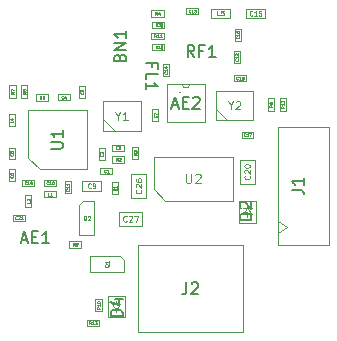
<source format=gbr>
%TF.GenerationSoftware,KiCad,Pcbnew,8.0.3-8.0.3-0~ubuntu24.04.1*%
%TF.CreationDate,2024-07-13T12:59:09+02:00*%
%TF.ProjectId,erace-rx-v2,65726163-652d-4727-982d-76322e6b6963,rev?*%
%TF.SameCoordinates,Original*%
%TF.FileFunction,AssemblyDrawing,Top*%
%FSLAX46Y46*%
G04 Gerber Fmt 4.6, Leading zero omitted, Abs format (unit mm)*
G04 Created by KiCad (PCBNEW 8.0.3-8.0.3-0~ubuntu24.04.1) date 2024-07-13 12:59:09*
%MOMM*%
%LPD*%
G01*
G04 APERTURE LIST*
%ADD10C,0.040000*%
%ADD11C,0.105000*%
%ADD12C,0.060000*%
%ADD13C,0.150000*%
%ADD14C,0.050000*%
%ADD15C,0.080000*%
%ADD16C,0.120000*%
%ADD17C,0.100000*%
%ADD18C,0.025400*%
%ADD19C,0.152400*%
G04 APERTURE END LIST*
D10*
X51163574Y-65691666D02*
X51163574Y-65810714D01*
X51163574Y-65810714D02*
X50913574Y-65810714D01*
X50937384Y-65620237D02*
X50925479Y-65608333D01*
X50925479Y-65608333D02*
X50913574Y-65584523D01*
X50913574Y-65584523D02*
X50913574Y-65524999D01*
X50913574Y-65524999D02*
X50925479Y-65501190D01*
X50925479Y-65501190D02*
X50937384Y-65489285D01*
X50937384Y-65489285D02*
X50961193Y-65477380D01*
X50961193Y-65477380D02*
X50985003Y-65477380D01*
X50985003Y-65477380D02*
X51020717Y-65489285D01*
X51020717Y-65489285D02*
X51163574Y-65632142D01*
X51163574Y-65632142D02*
X51163574Y-65477380D01*
X50089285Y-67189765D02*
X50077381Y-67201670D01*
X50077381Y-67201670D02*
X50041666Y-67213574D01*
X50041666Y-67213574D02*
X50017857Y-67213574D01*
X50017857Y-67213574D02*
X49982143Y-67201670D01*
X49982143Y-67201670D02*
X49958333Y-67177860D01*
X49958333Y-67177860D02*
X49946428Y-67154050D01*
X49946428Y-67154050D02*
X49934524Y-67106431D01*
X49934524Y-67106431D02*
X49934524Y-67070717D01*
X49934524Y-67070717D02*
X49946428Y-67023098D01*
X49946428Y-67023098D02*
X49958333Y-66999289D01*
X49958333Y-66999289D02*
X49982143Y-66975479D01*
X49982143Y-66975479D02*
X50017857Y-66963574D01*
X50017857Y-66963574D02*
X50041666Y-66963574D01*
X50041666Y-66963574D02*
X50077381Y-66975479D01*
X50077381Y-66975479D02*
X50089285Y-66987384D01*
X50184524Y-66987384D02*
X50196428Y-66975479D01*
X50196428Y-66975479D02*
X50220238Y-66963574D01*
X50220238Y-66963574D02*
X50279762Y-66963574D01*
X50279762Y-66963574D02*
X50303571Y-66975479D01*
X50303571Y-66975479D02*
X50315476Y-66987384D01*
X50315476Y-66987384D02*
X50327381Y-67011193D01*
X50327381Y-67011193D02*
X50327381Y-67035003D01*
X50327381Y-67035003D02*
X50315476Y-67070717D01*
X50315476Y-67070717D02*
X50172619Y-67213574D01*
X50172619Y-67213574D02*
X50327381Y-67213574D01*
X50565476Y-67213574D02*
X50422619Y-67213574D01*
X50494047Y-67213574D02*
X50494047Y-66963574D01*
X50494047Y-66963574D02*
X50470238Y-66999289D01*
X50470238Y-66999289D02*
X50446428Y-67023098D01*
X50446428Y-67023098D02*
X50422619Y-67035003D01*
X50879285Y-64239765D02*
X50867381Y-64251670D01*
X50867381Y-64251670D02*
X50831666Y-64263574D01*
X50831666Y-64263574D02*
X50807857Y-64263574D01*
X50807857Y-64263574D02*
X50772143Y-64251670D01*
X50772143Y-64251670D02*
X50748333Y-64227860D01*
X50748333Y-64227860D02*
X50736428Y-64204050D01*
X50736428Y-64204050D02*
X50724524Y-64156431D01*
X50724524Y-64156431D02*
X50724524Y-64120717D01*
X50724524Y-64120717D02*
X50736428Y-64073098D01*
X50736428Y-64073098D02*
X50748333Y-64049289D01*
X50748333Y-64049289D02*
X50772143Y-64025479D01*
X50772143Y-64025479D02*
X50807857Y-64013574D01*
X50807857Y-64013574D02*
X50831666Y-64013574D01*
X50831666Y-64013574D02*
X50867381Y-64025479D01*
X50867381Y-64025479D02*
X50879285Y-64037384D01*
X51117381Y-64263574D02*
X50974524Y-64263574D01*
X51045952Y-64263574D02*
X51045952Y-64013574D01*
X51045952Y-64013574D02*
X51022143Y-64049289D01*
X51022143Y-64049289D02*
X50998333Y-64073098D01*
X50998333Y-64073098D02*
X50974524Y-64085003D01*
X51236428Y-64263574D02*
X51284047Y-64263574D01*
X51284047Y-64263574D02*
X51307857Y-64251670D01*
X51307857Y-64251670D02*
X51319761Y-64239765D01*
X51319761Y-64239765D02*
X51343571Y-64204050D01*
X51343571Y-64204050D02*
X51355476Y-64156431D01*
X51355476Y-64156431D02*
X51355476Y-64061193D01*
X51355476Y-64061193D02*
X51343571Y-64037384D01*
X51343571Y-64037384D02*
X51331666Y-64025479D01*
X51331666Y-64025479D02*
X51307857Y-64013574D01*
X51307857Y-64013574D02*
X51260238Y-64013574D01*
X51260238Y-64013574D02*
X51236428Y-64025479D01*
X51236428Y-64025479D02*
X51224523Y-64037384D01*
X51224523Y-64037384D02*
X51212619Y-64061193D01*
X51212619Y-64061193D02*
X51212619Y-64120717D01*
X51212619Y-64120717D02*
X51224523Y-64144527D01*
X51224523Y-64144527D02*
X51236428Y-64156431D01*
X51236428Y-64156431D02*
X51260238Y-64168336D01*
X51260238Y-64168336D02*
X51307857Y-64168336D01*
X51307857Y-64168336D02*
X51331666Y-64156431D01*
X51331666Y-64156431D02*
X51343571Y-64144527D01*
X51343571Y-64144527D02*
X51355476Y-64120717D01*
D11*
X68166667Y-57585040D02*
X68166667Y-57918373D01*
X67933333Y-57218373D02*
X68166667Y-57585040D01*
X68166667Y-57585040D02*
X68400000Y-57218373D01*
X68600000Y-57285040D02*
X68633333Y-57251706D01*
X68633333Y-57251706D02*
X68700000Y-57218373D01*
X68700000Y-57218373D02*
X68866667Y-57218373D01*
X68866667Y-57218373D02*
X68933333Y-57251706D01*
X68933333Y-57251706D02*
X68966667Y-57285040D01*
X68966667Y-57285040D02*
X69000000Y-57351706D01*
X69000000Y-57351706D02*
X69000000Y-57418373D01*
X69000000Y-57418373D02*
X68966667Y-57518373D01*
X68966667Y-57518373D02*
X68566667Y-57918373D01*
X68566667Y-57918373D02*
X69000000Y-57918373D01*
D12*
X70022857Y-49943832D02*
X70003809Y-49962880D01*
X70003809Y-49962880D02*
X69946667Y-49981927D01*
X69946667Y-49981927D02*
X69908571Y-49981927D01*
X69908571Y-49981927D02*
X69851428Y-49962880D01*
X69851428Y-49962880D02*
X69813333Y-49924784D01*
X69813333Y-49924784D02*
X69794286Y-49886689D01*
X69794286Y-49886689D02*
X69775238Y-49810499D01*
X69775238Y-49810499D02*
X69775238Y-49753356D01*
X69775238Y-49753356D02*
X69794286Y-49677165D01*
X69794286Y-49677165D02*
X69813333Y-49639070D01*
X69813333Y-49639070D02*
X69851428Y-49600975D01*
X69851428Y-49600975D02*
X69908571Y-49581927D01*
X69908571Y-49581927D02*
X69946667Y-49581927D01*
X69946667Y-49581927D02*
X70003809Y-49600975D01*
X70003809Y-49600975D02*
X70022857Y-49620022D01*
X70403809Y-49981927D02*
X70175238Y-49981927D01*
X70289524Y-49981927D02*
X70289524Y-49581927D01*
X70289524Y-49581927D02*
X70251428Y-49639070D01*
X70251428Y-49639070D02*
X70213333Y-49677165D01*
X70213333Y-49677165D02*
X70175238Y-49696213D01*
X70765714Y-49581927D02*
X70575238Y-49581927D01*
X70575238Y-49581927D02*
X70556190Y-49772403D01*
X70556190Y-49772403D02*
X70575238Y-49753356D01*
X70575238Y-49753356D02*
X70613333Y-49734308D01*
X70613333Y-49734308D02*
X70708571Y-49734308D01*
X70708571Y-49734308D02*
X70746666Y-49753356D01*
X70746666Y-49753356D02*
X70765714Y-49772403D01*
X70765714Y-49772403D02*
X70784761Y-49810499D01*
X70784761Y-49810499D02*
X70784761Y-49905737D01*
X70784761Y-49905737D02*
X70765714Y-49943832D01*
X70765714Y-49943832D02*
X70746666Y-49962880D01*
X70746666Y-49962880D02*
X70708571Y-49981927D01*
X70708571Y-49981927D02*
X70613333Y-49981927D01*
X70613333Y-49981927D02*
X70575238Y-49962880D01*
X70575238Y-49962880D02*
X70556190Y-49943832D01*
D10*
X54489765Y-64680714D02*
X54501670Y-64692618D01*
X54501670Y-64692618D02*
X54513574Y-64728333D01*
X54513574Y-64728333D02*
X54513574Y-64752142D01*
X54513574Y-64752142D02*
X54501670Y-64787856D01*
X54501670Y-64787856D02*
X54477860Y-64811666D01*
X54477860Y-64811666D02*
X54454050Y-64823571D01*
X54454050Y-64823571D02*
X54406431Y-64835475D01*
X54406431Y-64835475D02*
X54370717Y-64835475D01*
X54370717Y-64835475D02*
X54323098Y-64823571D01*
X54323098Y-64823571D02*
X54299289Y-64811666D01*
X54299289Y-64811666D02*
X54275479Y-64787856D01*
X54275479Y-64787856D02*
X54263574Y-64752142D01*
X54263574Y-64752142D02*
X54263574Y-64728333D01*
X54263574Y-64728333D02*
X54275479Y-64692618D01*
X54275479Y-64692618D02*
X54287384Y-64680714D01*
X54513574Y-64442618D02*
X54513574Y-64585475D01*
X54513574Y-64514047D02*
X54263574Y-64514047D01*
X54263574Y-64514047D02*
X54299289Y-64537856D01*
X54299289Y-64537856D02*
X54323098Y-64561666D01*
X54323098Y-64561666D02*
X54335003Y-64585475D01*
X54513574Y-64204523D02*
X54513574Y-64347380D01*
X54513574Y-64275952D02*
X54263574Y-64275952D01*
X54263574Y-64275952D02*
X54299289Y-64299761D01*
X54299289Y-64299761D02*
X54323098Y-64323571D01*
X54323098Y-64323571D02*
X54335003Y-64347380D01*
X58606667Y-62268200D02*
X58520000Y-62144391D01*
X58458095Y-62268200D02*
X58458095Y-62008200D01*
X58458095Y-62008200D02*
X58557143Y-62008200D01*
X58557143Y-62008200D02*
X58581905Y-62020581D01*
X58581905Y-62020581D02*
X58594286Y-62032962D01*
X58594286Y-62032962D02*
X58606667Y-62057724D01*
X58606667Y-62057724D02*
X58606667Y-62094867D01*
X58606667Y-62094867D02*
X58594286Y-62119629D01*
X58594286Y-62119629D02*
X58581905Y-62132010D01*
X58581905Y-62132010D02*
X58557143Y-62144391D01*
X58557143Y-62144391D02*
X58458095Y-62144391D01*
X58705714Y-62032962D02*
X58718095Y-62020581D01*
X58718095Y-62020581D02*
X58742857Y-62008200D01*
X58742857Y-62008200D02*
X58804762Y-62008200D01*
X58804762Y-62008200D02*
X58829524Y-62020581D01*
X58829524Y-62020581D02*
X58841905Y-62032962D01*
X58841905Y-62032962D02*
X58854286Y-62057724D01*
X58854286Y-62057724D02*
X58854286Y-62082486D01*
X58854286Y-62082486D02*
X58841905Y-62119629D01*
X58841905Y-62119629D02*
X58693333Y-62268200D01*
X58693333Y-62268200D02*
X58854286Y-62268200D01*
X64769285Y-49699765D02*
X64757381Y-49711670D01*
X64757381Y-49711670D02*
X64721666Y-49723574D01*
X64721666Y-49723574D02*
X64697857Y-49723574D01*
X64697857Y-49723574D02*
X64662143Y-49711670D01*
X64662143Y-49711670D02*
X64638333Y-49687860D01*
X64638333Y-49687860D02*
X64626428Y-49664050D01*
X64626428Y-49664050D02*
X64614524Y-49616431D01*
X64614524Y-49616431D02*
X64614524Y-49580717D01*
X64614524Y-49580717D02*
X64626428Y-49533098D01*
X64626428Y-49533098D02*
X64638333Y-49509289D01*
X64638333Y-49509289D02*
X64662143Y-49485479D01*
X64662143Y-49485479D02*
X64697857Y-49473574D01*
X64697857Y-49473574D02*
X64721666Y-49473574D01*
X64721666Y-49473574D02*
X64757381Y-49485479D01*
X64757381Y-49485479D02*
X64769285Y-49497384D01*
X65007381Y-49723574D02*
X64864524Y-49723574D01*
X64935952Y-49723574D02*
X64935952Y-49473574D01*
X64935952Y-49473574D02*
X64912143Y-49509289D01*
X64912143Y-49509289D02*
X64888333Y-49533098D01*
X64888333Y-49533098D02*
X64864524Y-49545003D01*
X65090714Y-49473574D02*
X65245476Y-49473574D01*
X65245476Y-49473574D02*
X65162142Y-49568812D01*
X65162142Y-49568812D02*
X65197857Y-49568812D01*
X65197857Y-49568812D02*
X65221666Y-49580717D01*
X65221666Y-49580717D02*
X65233571Y-49592622D01*
X65233571Y-49592622D02*
X65245476Y-49616431D01*
X65245476Y-49616431D02*
X65245476Y-49675955D01*
X65245476Y-49675955D02*
X65233571Y-49699765D01*
X65233571Y-49699765D02*
X65221666Y-49711670D01*
X65221666Y-49711670D02*
X65197857Y-49723574D01*
X65197857Y-49723574D02*
X65126428Y-49723574D01*
X65126428Y-49723574D02*
X65102619Y-49711670D01*
X65102619Y-49711670D02*
X65090714Y-49699765D01*
X57608333Y-63239765D02*
X57596429Y-63251670D01*
X57596429Y-63251670D02*
X57560714Y-63263574D01*
X57560714Y-63263574D02*
X57536905Y-63263574D01*
X57536905Y-63263574D02*
X57501191Y-63251670D01*
X57501191Y-63251670D02*
X57477381Y-63227860D01*
X57477381Y-63227860D02*
X57465476Y-63204050D01*
X57465476Y-63204050D02*
X57453572Y-63156431D01*
X57453572Y-63156431D02*
X57453572Y-63120717D01*
X57453572Y-63120717D02*
X57465476Y-63073098D01*
X57465476Y-63073098D02*
X57477381Y-63049289D01*
X57477381Y-63049289D02*
X57501191Y-63025479D01*
X57501191Y-63025479D02*
X57536905Y-63013574D01*
X57536905Y-63013574D02*
X57560714Y-63013574D01*
X57560714Y-63013574D02*
X57596429Y-63025479D01*
X57596429Y-63025479D02*
X57608333Y-63037384D01*
X57846429Y-63263574D02*
X57703572Y-63263574D01*
X57775000Y-63263574D02*
X57775000Y-63013574D01*
X57775000Y-63013574D02*
X57751191Y-63049289D01*
X57751191Y-63049289D02*
X57727381Y-63073098D01*
X57727381Y-63073098D02*
X57703572Y-63085003D01*
D13*
X64436666Y-72569819D02*
X64436666Y-73284104D01*
X64436666Y-73284104D02*
X64389047Y-73426961D01*
X64389047Y-73426961D02*
X64293809Y-73522200D01*
X64293809Y-73522200D02*
X64150952Y-73569819D01*
X64150952Y-73569819D02*
X64055714Y-73569819D01*
X64865238Y-72665057D02*
X64912857Y-72617438D01*
X64912857Y-72617438D02*
X65008095Y-72569819D01*
X65008095Y-72569819D02*
X65246190Y-72569819D01*
X65246190Y-72569819D02*
X65341428Y-72617438D01*
X65341428Y-72617438D02*
X65389047Y-72665057D01*
X65389047Y-72665057D02*
X65436666Y-72760295D01*
X65436666Y-72760295D02*
X65436666Y-72855533D01*
X65436666Y-72855533D02*
X65389047Y-72998390D01*
X65389047Y-72998390D02*
X64817619Y-73569819D01*
X64817619Y-73569819D02*
X65436666Y-73569819D01*
D10*
X57339765Y-61731666D02*
X57351670Y-61743570D01*
X57351670Y-61743570D02*
X57363574Y-61779285D01*
X57363574Y-61779285D02*
X57363574Y-61803094D01*
X57363574Y-61803094D02*
X57351670Y-61838808D01*
X57351670Y-61838808D02*
X57327860Y-61862618D01*
X57327860Y-61862618D02*
X57304050Y-61874523D01*
X57304050Y-61874523D02*
X57256431Y-61886427D01*
X57256431Y-61886427D02*
X57220717Y-61886427D01*
X57220717Y-61886427D02*
X57173098Y-61874523D01*
X57173098Y-61874523D02*
X57149289Y-61862618D01*
X57149289Y-61862618D02*
X57125479Y-61838808D01*
X57125479Y-61838808D02*
X57113574Y-61803094D01*
X57113574Y-61803094D02*
X57113574Y-61779285D01*
X57113574Y-61779285D02*
X57125479Y-61743570D01*
X57125479Y-61743570D02*
X57137384Y-61731666D01*
X57137384Y-61636427D02*
X57125479Y-61624523D01*
X57125479Y-61624523D02*
X57113574Y-61600713D01*
X57113574Y-61600713D02*
X57113574Y-61541189D01*
X57113574Y-61541189D02*
X57125479Y-61517380D01*
X57125479Y-61517380D02*
X57137384Y-61505475D01*
X57137384Y-61505475D02*
X57161193Y-61493570D01*
X57161193Y-61493570D02*
X57185003Y-61493570D01*
X57185003Y-61493570D02*
X57220717Y-61505475D01*
X57220717Y-61505475D02*
X57363574Y-61648332D01*
X57363574Y-61648332D02*
X57363574Y-61493570D01*
D13*
X61538990Y-54361904D02*
X61538990Y-54028571D01*
X61015180Y-54028571D02*
X62015180Y-54028571D01*
X62015180Y-54028571D02*
X62015180Y-54504761D01*
X61015180Y-55361904D02*
X61015180Y-54885714D01*
X61015180Y-54885714D02*
X62015180Y-54885714D01*
X61015180Y-56219047D02*
X61015180Y-55647619D01*
X61015180Y-55933333D02*
X62015180Y-55933333D01*
X62015180Y-55933333D02*
X61872323Y-55838095D01*
X61872323Y-55838095D02*
X61777085Y-55742857D01*
X61777085Y-55742857D02*
X61729466Y-55647619D01*
D10*
X56332857Y-76118200D02*
X56246190Y-75994391D01*
X56184285Y-76118200D02*
X56184285Y-75858200D01*
X56184285Y-75858200D02*
X56283333Y-75858200D01*
X56283333Y-75858200D02*
X56308095Y-75870581D01*
X56308095Y-75870581D02*
X56320476Y-75882962D01*
X56320476Y-75882962D02*
X56332857Y-75907724D01*
X56332857Y-75907724D02*
X56332857Y-75944867D01*
X56332857Y-75944867D02*
X56320476Y-75969629D01*
X56320476Y-75969629D02*
X56308095Y-75982010D01*
X56308095Y-75982010D02*
X56283333Y-75994391D01*
X56283333Y-75994391D02*
X56184285Y-75994391D01*
X56580476Y-76118200D02*
X56431904Y-76118200D01*
X56506190Y-76118200D02*
X56506190Y-75858200D01*
X56506190Y-75858200D02*
X56481428Y-75895343D01*
X56481428Y-75895343D02*
X56456666Y-75920105D01*
X56456666Y-75920105D02*
X56431904Y-75932486D01*
X56667142Y-75858200D02*
X56828095Y-75858200D01*
X56828095Y-75858200D02*
X56741428Y-75957248D01*
X56741428Y-75957248D02*
X56778571Y-75957248D01*
X56778571Y-75957248D02*
X56803333Y-75969629D01*
X56803333Y-75969629D02*
X56815714Y-75982010D01*
X56815714Y-75982010D02*
X56828095Y-76006772D01*
X56828095Y-76006772D02*
X56828095Y-76068677D01*
X56828095Y-76068677D02*
X56815714Y-76093439D01*
X56815714Y-76093439D02*
X56803333Y-76105820D01*
X56803333Y-76105820D02*
X56778571Y-76118200D01*
X56778571Y-76118200D02*
X56704285Y-76118200D01*
X56704285Y-76118200D02*
X56679523Y-76105820D01*
X56679523Y-76105820D02*
X56667142Y-76093439D01*
X52156667Y-57018200D02*
X52070000Y-56894391D01*
X52008095Y-57018200D02*
X52008095Y-56758200D01*
X52008095Y-56758200D02*
X52107143Y-56758200D01*
X52107143Y-56758200D02*
X52131905Y-56770581D01*
X52131905Y-56770581D02*
X52144286Y-56782962D01*
X52144286Y-56782962D02*
X52156667Y-56807724D01*
X52156667Y-56807724D02*
X52156667Y-56844867D01*
X52156667Y-56844867D02*
X52144286Y-56869629D01*
X52144286Y-56869629D02*
X52131905Y-56882010D01*
X52131905Y-56882010D02*
X52107143Y-56894391D01*
X52107143Y-56894391D02*
X52008095Y-56894391D01*
X52379524Y-56758200D02*
X52330000Y-56758200D01*
X52330000Y-56758200D02*
X52305238Y-56770581D01*
X52305238Y-56770581D02*
X52292857Y-56782962D01*
X52292857Y-56782962D02*
X52268095Y-56820105D01*
X52268095Y-56820105D02*
X52255714Y-56869629D01*
X52255714Y-56869629D02*
X52255714Y-56968677D01*
X52255714Y-56968677D02*
X52268095Y-56993439D01*
X52268095Y-56993439D02*
X52280476Y-57005820D01*
X52280476Y-57005820D02*
X52305238Y-57018200D01*
X52305238Y-57018200D02*
X52354762Y-57018200D01*
X52354762Y-57018200D02*
X52379524Y-57005820D01*
X52379524Y-57005820D02*
X52391905Y-56993439D01*
X52391905Y-56993439D02*
X52404286Y-56968677D01*
X52404286Y-56968677D02*
X52404286Y-56906772D01*
X52404286Y-56906772D02*
X52391905Y-56882010D01*
X52391905Y-56882010D02*
X52379524Y-56869629D01*
X52379524Y-56869629D02*
X52354762Y-56857248D01*
X52354762Y-56857248D02*
X52305238Y-56857248D01*
X52305238Y-56857248D02*
X52280476Y-56869629D01*
X52280476Y-56869629D02*
X52268095Y-56882010D01*
X52268095Y-56882010D02*
X52255714Y-56906772D01*
X54966667Y-69468200D02*
X54880000Y-69344391D01*
X54818095Y-69468200D02*
X54818095Y-69208200D01*
X54818095Y-69208200D02*
X54917143Y-69208200D01*
X54917143Y-69208200D02*
X54941905Y-69220581D01*
X54941905Y-69220581D02*
X54954286Y-69232962D01*
X54954286Y-69232962D02*
X54966667Y-69257724D01*
X54966667Y-69257724D02*
X54966667Y-69294867D01*
X54966667Y-69294867D02*
X54954286Y-69319629D01*
X54954286Y-69319629D02*
X54941905Y-69332010D01*
X54941905Y-69332010D02*
X54917143Y-69344391D01*
X54917143Y-69344391D02*
X54818095Y-69344391D01*
X55090476Y-69468200D02*
X55140000Y-69468200D01*
X55140000Y-69468200D02*
X55164762Y-69455820D01*
X55164762Y-69455820D02*
X55177143Y-69443439D01*
X55177143Y-69443439D02*
X55201905Y-69406296D01*
X55201905Y-69406296D02*
X55214286Y-69356772D01*
X55214286Y-69356772D02*
X55214286Y-69257724D01*
X55214286Y-69257724D02*
X55201905Y-69232962D01*
X55201905Y-69232962D02*
X55189524Y-69220581D01*
X55189524Y-69220581D02*
X55164762Y-69208200D01*
X55164762Y-69208200D02*
X55115238Y-69208200D01*
X55115238Y-69208200D02*
X55090476Y-69220581D01*
X55090476Y-69220581D02*
X55078095Y-69232962D01*
X55078095Y-69232962D02*
X55065714Y-69257724D01*
X55065714Y-69257724D02*
X55065714Y-69319629D01*
X55065714Y-69319629D02*
X55078095Y-69344391D01*
X55078095Y-69344391D02*
X55090476Y-69356772D01*
X55090476Y-69356772D02*
X55115238Y-69369153D01*
X55115238Y-69369153D02*
X55164762Y-69369153D01*
X55164762Y-69369153D02*
X55189524Y-69356772D01*
X55189524Y-69356772D02*
X55201905Y-69344391D01*
X55201905Y-69344391D02*
X55214286Y-69319629D01*
X60218200Y-61643332D02*
X60094391Y-61729999D01*
X60218200Y-61791904D02*
X59958200Y-61791904D01*
X59958200Y-61791904D02*
X59958200Y-61692856D01*
X59958200Y-61692856D02*
X59970581Y-61668094D01*
X59970581Y-61668094D02*
X59982962Y-61655713D01*
X59982962Y-61655713D02*
X60007724Y-61643332D01*
X60007724Y-61643332D02*
X60044867Y-61643332D01*
X60044867Y-61643332D02*
X60069629Y-61655713D01*
X60069629Y-61655713D02*
X60082010Y-61668094D01*
X60082010Y-61668094D02*
X60094391Y-61692856D01*
X60094391Y-61692856D02*
X60094391Y-61791904D01*
X59958200Y-61556666D02*
X59958200Y-61395713D01*
X59958200Y-61395713D02*
X60057248Y-61482380D01*
X60057248Y-61482380D02*
X60057248Y-61445237D01*
X60057248Y-61445237D02*
X60069629Y-61420475D01*
X60069629Y-61420475D02*
X60082010Y-61408094D01*
X60082010Y-61408094D02*
X60106772Y-61395713D01*
X60106772Y-61395713D02*
X60168677Y-61395713D01*
X60168677Y-61395713D02*
X60193439Y-61408094D01*
X60193439Y-61408094D02*
X60205820Y-61420475D01*
X60205820Y-61420475D02*
X60218200Y-61445237D01*
X60218200Y-61445237D02*
X60218200Y-61519523D01*
X60218200Y-61519523D02*
X60205820Y-61544285D01*
X60205820Y-61544285D02*
X60193439Y-61556666D01*
X57118200Y-74667142D02*
X56994391Y-74753809D01*
X57118200Y-74815714D02*
X56858200Y-74815714D01*
X56858200Y-74815714D02*
X56858200Y-74716666D01*
X56858200Y-74716666D02*
X56870581Y-74691904D01*
X56870581Y-74691904D02*
X56882962Y-74679523D01*
X56882962Y-74679523D02*
X56907724Y-74667142D01*
X56907724Y-74667142D02*
X56944867Y-74667142D01*
X56944867Y-74667142D02*
X56969629Y-74679523D01*
X56969629Y-74679523D02*
X56982010Y-74691904D01*
X56982010Y-74691904D02*
X56994391Y-74716666D01*
X56994391Y-74716666D02*
X56994391Y-74815714D01*
X57118200Y-74419523D02*
X57118200Y-74568095D01*
X57118200Y-74493809D02*
X56858200Y-74493809D01*
X56858200Y-74493809D02*
X56895343Y-74518571D01*
X56895343Y-74518571D02*
X56920105Y-74543333D01*
X56920105Y-74543333D02*
X56932486Y-74568095D01*
X56858200Y-74258571D02*
X56858200Y-74233809D01*
X56858200Y-74233809D02*
X56870581Y-74209047D01*
X56870581Y-74209047D02*
X56882962Y-74196666D01*
X56882962Y-74196666D02*
X56907724Y-74184285D01*
X56907724Y-74184285D02*
X56957248Y-74171904D01*
X56957248Y-74171904D02*
X57019153Y-74171904D01*
X57019153Y-74171904D02*
X57068677Y-74184285D01*
X57068677Y-74184285D02*
X57093439Y-74196666D01*
X57093439Y-74196666D02*
X57105820Y-74209047D01*
X57105820Y-74209047D02*
X57118200Y-74233809D01*
X57118200Y-74233809D02*
X57118200Y-74258571D01*
X57118200Y-74258571D02*
X57105820Y-74283333D01*
X57105820Y-74283333D02*
X57093439Y-74295714D01*
X57093439Y-74295714D02*
X57068677Y-74308095D01*
X57068677Y-74308095D02*
X57019153Y-74320476D01*
X57019153Y-74320476D02*
X56957248Y-74320476D01*
X56957248Y-74320476D02*
X56907724Y-74308095D01*
X56907724Y-74308095D02*
X56882962Y-74295714D01*
X56882962Y-74295714D02*
X56870581Y-74283333D01*
X56870581Y-74283333D02*
X56858200Y-74258571D01*
X58608333Y-61239765D02*
X58596429Y-61251670D01*
X58596429Y-61251670D02*
X58560714Y-61263574D01*
X58560714Y-61263574D02*
X58536905Y-61263574D01*
X58536905Y-61263574D02*
X58501191Y-61251670D01*
X58501191Y-61251670D02*
X58477381Y-61227860D01*
X58477381Y-61227860D02*
X58465476Y-61204050D01*
X58465476Y-61204050D02*
X58453572Y-61156431D01*
X58453572Y-61156431D02*
X58453572Y-61120717D01*
X58453572Y-61120717D02*
X58465476Y-61073098D01*
X58465476Y-61073098D02*
X58477381Y-61049289D01*
X58477381Y-61049289D02*
X58501191Y-61025479D01*
X58501191Y-61025479D02*
X58536905Y-61013574D01*
X58536905Y-61013574D02*
X58560714Y-61013574D01*
X58560714Y-61013574D02*
X58596429Y-61025479D01*
X58596429Y-61025479D02*
X58608333Y-61037384D01*
X58751191Y-61120717D02*
X58727381Y-61108812D01*
X58727381Y-61108812D02*
X58715476Y-61096908D01*
X58715476Y-61096908D02*
X58703572Y-61073098D01*
X58703572Y-61073098D02*
X58703572Y-61061193D01*
X58703572Y-61061193D02*
X58715476Y-61037384D01*
X58715476Y-61037384D02*
X58727381Y-61025479D01*
X58727381Y-61025479D02*
X58751191Y-61013574D01*
X58751191Y-61013574D02*
X58798810Y-61013574D01*
X58798810Y-61013574D02*
X58822619Y-61025479D01*
X58822619Y-61025479D02*
X58834524Y-61037384D01*
X58834524Y-61037384D02*
X58846429Y-61061193D01*
X58846429Y-61061193D02*
X58846429Y-61073098D01*
X58846429Y-61073098D02*
X58834524Y-61096908D01*
X58834524Y-61096908D02*
X58822619Y-61108812D01*
X58822619Y-61108812D02*
X58798810Y-61120717D01*
X58798810Y-61120717D02*
X58751191Y-61120717D01*
X58751191Y-61120717D02*
X58727381Y-61132622D01*
X58727381Y-61132622D02*
X58715476Y-61144527D01*
X58715476Y-61144527D02*
X58703572Y-61168336D01*
X58703572Y-61168336D02*
X58703572Y-61215955D01*
X58703572Y-61215955D02*
X58715476Y-61239765D01*
X58715476Y-61239765D02*
X58727381Y-61251670D01*
X58727381Y-61251670D02*
X58751191Y-61263574D01*
X58751191Y-61263574D02*
X58798810Y-61263574D01*
X58798810Y-61263574D02*
X58822619Y-61251670D01*
X58822619Y-61251670D02*
X58834524Y-61239765D01*
X58834524Y-61239765D02*
X58846429Y-61215955D01*
X58846429Y-61215955D02*
X58846429Y-61168336D01*
X58846429Y-61168336D02*
X58834524Y-61144527D01*
X58834524Y-61144527D02*
X58822619Y-61132622D01*
X58822619Y-61132622D02*
X58798810Y-61120717D01*
D13*
X73354819Y-64733333D02*
X74069104Y-64733333D01*
X74069104Y-64733333D02*
X74211961Y-64780952D01*
X74211961Y-64780952D02*
X74307200Y-64876190D01*
X74307200Y-64876190D02*
X74354819Y-65019047D01*
X74354819Y-65019047D02*
X74354819Y-65114285D01*
X74354819Y-63733333D02*
X74354819Y-64304761D01*
X74354819Y-64019047D02*
X73354819Y-64019047D01*
X73354819Y-64019047D02*
X73497676Y-64114285D01*
X73497676Y-64114285D02*
X73592914Y-64209523D01*
X73592914Y-64209523D02*
X73640533Y-64304761D01*
D10*
X52739285Y-64239765D02*
X52727381Y-64251670D01*
X52727381Y-64251670D02*
X52691666Y-64263574D01*
X52691666Y-64263574D02*
X52667857Y-64263574D01*
X52667857Y-64263574D02*
X52632143Y-64251670D01*
X52632143Y-64251670D02*
X52608333Y-64227860D01*
X52608333Y-64227860D02*
X52596428Y-64204050D01*
X52596428Y-64204050D02*
X52584524Y-64156431D01*
X52584524Y-64156431D02*
X52584524Y-64120717D01*
X52584524Y-64120717D02*
X52596428Y-64073098D01*
X52596428Y-64073098D02*
X52608333Y-64049289D01*
X52608333Y-64049289D02*
X52632143Y-64025479D01*
X52632143Y-64025479D02*
X52667857Y-64013574D01*
X52667857Y-64013574D02*
X52691666Y-64013574D01*
X52691666Y-64013574D02*
X52727381Y-64025479D01*
X52727381Y-64025479D02*
X52739285Y-64037384D01*
X52977381Y-64263574D02*
X52834524Y-64263574D01*
X52905952Y-64263574D02*
X52905952Y-64013574D01*
X52905952Y-64013574D02*
X52882143Y-64049289D01*
X52882143Y-64049289D02*
X52858333Y-64073098D01*
X52858333Y-64073098D02*
X52834524Y-64085003D01*
X53132142Y-64013574D02*
X53155952Y-64013574D01*
X53155952Y-64013574D02*
X53179761Y-64025479D01*
X53179761Y-64025479D02*
X53191666Y-64037384D01*
X53191666Y-64037384D02*
X53203571Y-64061193D01*
X53203571Y-64061193D02*
X53215476Y-64108812D01*
X53215476Y-64108812D02*
X53215476Y-64168336D01*
X53215476Y-64168336D02*
X53203571Y-64215955D01*
X53203571Y-64215955D02*
X53191666Y-64239765D01*
X53191666Y-64239765D02*
X53179761Y-64251670D01*
X53179761Y-64251670D02*
X53155952Y-64263574D01*
X53155952Y-64263574D02*
X53132142Y-64263574D01*
X53132142Y-64263574D02*
X53108333Y-64251670D01*
X53108333Y-64251670D02*
X53096428Y-64239765D01*
X53096428Y-64239765D02*
X53084523Y-64215955D01*
X53084523Y-64215955D02*
X53072619Y-64168336D01*
X53072619Y-64168336D02*
X53072619Y-64108812D01*
X53072619Y-64108812D02*
X53084523Y-64061193D01*
X53084523Y-64061193D02*
X53096428Y-64037384D01*
X53096428Y-64037384D02*
X53108333Y-64025479D01*
X53108333Y-64025479D02*
X53132142Y-64013574D01*
X54008333Y-56989765D02*
X53996429Y-57001670D01*
X53996429Y-57001670D02*
X53960714Y-57013574D01*
X53960714Y-57013574D02*
X53936905Y-57013574D01*
X53936905Y-57013574D02*
X53901191Y-57001670D01*
X53901191Y-57001670D02*
X53877381Y-56977860D01*
X53877381Y-56977860D02*
X53865476Y-56954050D01*
X53865476Y-56954050D02*
X53853572Y-56906431D01*
X53853572Y-56906431D02*
X53853572Y-56870717D01*
X53853572Y-56870717D02*
X53865476Y-56823098D01*
X53865476Y-56823098D02*
X53877381Y-56799289D01*
X53877381Y-56799289D02*
X53901191Y-56775479D01*
X53901191Y-56775479D02*
X53936905Y-56763574D01*
X53936905Y-56763574D02*
X53960714Y-56763574D01*
X53960714Y-56763574D02*
X53996429Y-56775479D01*
X53996429Y-56775479D02*
X54008333Y-56787384D01*
X54222619Y-56846908D02*
X54222619Y-57013574D01*
X54163095Y-56751670D02*
X54103572Y-56930241D01*
X54103572Y-56930241D02*
X54258333Y-56930241D01*
X61832857Y-51818200D02*
X61746190Y-51694391D01*
X61684285Y-51818200D02*
X61684285Y-51558200D01*
X61684285Y-51558200D02*
X61783333Y-51558200D01*
X61783333Y-51558200D02*
X61808095Y-51570581D01*
X61808095Y-51570581D02*
X61820476Y-51582962D01*
X61820476Y-51582962D02*
X61832857Y-51607724D01*
X61832857Y-51607724D02*
X61832857Y-51644867D01*
X61832857Y-51644867D02*
X61820476Y-51669629D01*
X61820476Y-51669629D02*
X61808095Y-51682010D01*
X61808095Y-51682010D02*
X61783333Y-51694391D01*
X61783333Y-51694391D02*
X61684285Y-51694391D01*
X62080476Y-51818200D02*
X61931904Y-51818200D01*
X62006190Y-51818200D02*
X62006190Y-51558200D01*
X62006190Y-51558200D02*
X61981428Y-51595343D01*
X61981428Y-51595343D02*
X61956666Y-51620105D01*
X61956666Y-51620105D02*
X61931904Y-51632486D01*
X62328095Y-51818200D02*
X62179523Y-51818200D01*
X62253809Y-51818200D02*
X62253809Y-51558200D01*
X62253809Y-51558200D02*
X62229047Y-51595343D01*
X62229047Y-51595343D02*
X62204285Y-51620105D01*
X62204285Y-51620105D02*
X62179523Y-51632486D01*
X61815476Y-50863574D02*
X61815476Y-50613574D01*
X61815476Y-50613574D02*
X61875000Y-50613574D01*
X61875000Y-50613574D02*
X61910714Y-50625479D01*
X61910714Y-50625479D02*
X61934524Y-50649289D01*
X61934524Y-50649289D02*
X61946429Y-50673098D01*
X61946429Y-50673098D02*
X61958333Y-50720717D01*
X61958333Y-50720717D02*
X61958333Y-50756431D01*
X61958333Y-50756431D02*
X61946429Y-50804050D01*
X61946429Y-50804050D02*
X61934524Y-50827860D01*
X61934524Y-50827860D02*
X61910714Y-50851670D01*
X61910714Y-50851670D02*
X61875000Y-50863574D01*
X61875000Y-50863574D02*
X61815476Y-50863574D01*
X62041667Y-50613574D02*
X62196429Y-50613574D01*
X62196429Y-50613574D02*
X62113095Y-50708812D01*
X62113095Y-50708812D02*
X62148810Y-50708812D01*
X62148810Y-50708812D02*
X62172619Y-50720717D01*
X62172619Y-50720717D02*
X62184524Y-50732622D01*
X62184524Y-50732622D02*
X62196429Y-50756431D01*
X62196429Y-50756431D02*
X62196429Y-50815955D01*
X62196429Y-50815955D02*
X62184524Y-50839765D01*
X62184524Y-50839765D02*
X62172619Y-50851670D01*
X62172619Y-50851670D02*
X62148810Y-50863574D01*
X62148810Y-50863574D02*
X62077381Y-50863574D01*
X62077381Y-50863574D02*
X62053572Y-50851670D01*
X62053572Y-50851670D02*
X62041667Y-50839765D01*
X61956667Y-49918200D02*
X61870000Y-49794391D01*
X61808095Y-49918200D02*
X61808095Y-49658200D01*
X61808095Y-49658200D02*
X61907143Y-49658200D01*
X61907143Y-49658200D02*
X61931905Y-49670581D01*
X61931905Y-49670581D02*
X61944286Y-49682962D01*
X61944286Y-49682962D02*
X61956667Y-49707724D01*
X61956667Y-49707724D02*
X61956667Y-49744867D01*
X61956667Y-49744867D02*
X61944286Y-49769629D01*
X61944286Y-49769629D02*
X61931905Y-49782010D01*
X61931905Y-49782010D02*
X61907143Y-49794391D01*
X61907143Y-49794391D02*
X61808095Y-49794391D01*
X62179524Y-49744867D02*
X62179524Y-49918200D01*
X62117619Y-49645820D02*
X62055714Y-49831534D01*
X62055714Y-49831534D02*
X62216667Y-49831534D01*
D14*
X55969523Y-67313414D02*
X55939047Y-67298176D01*
X55939047Y-67298176D02*
X55908571Y-67267700D01*
X55908571Y-67267700D02*
X55862857Y-67221985D01*
X55862857Y-67221985D02*
X55832380Y-67206747D01*
X55832380Y-67206747D02*
X55801904Y-67206747D01*
X55817142Y-67282938D02*
X55786666Y-67267700D01*
X55786666Y-67267700D02*
X55756190Y-67237223D01*
X55756190Y-67237223D02*
X55740952Y-67176271D01*
X55740952Y-67176271D02*
X55740952Y-67069604D01*
X55740952Y-67069604D02*
X55756190Y-67008652D01*
X55756190Y-67008652D02*
X55786666Y-66978176D01*
X55786666Y-66978176D02*
X55817142Y-66962938D01*
X55817142Y-66962938D02*
X55878095Y-66962938D01*
X55878095Y-66962938D02*
X55908571Y-66978176D01*
X55908571Y-66978176D02*
X55939047Y-67008652D01*
X55939047Y-67008652D02*
X55954285Y-67069604D01*
X55954285Y-67069604D02*
X55954285Y-67176271D01*
X55954285Y-67176271D02*
X55939047Y-67237223D01*
X55939047Y-67237223D02*
X55908571Y-67267700D01*
X55908571Y-67267700D02*
X55878095Y-67282938D01*
X55878095Y-67282938D02*
X55817142Y-67282938D01*
X56076190Y-66993414D02*
X56091428Y-66978176D01*
X56091428Y-66978176D02*
X56121904Y-66962938D01*
X56121904Y-66962938D02*
X56198095Y-66962938D01*
X56198095Y-66962938D02*
X56228571Y-66978176D01*
X56228571Y-66978176D02*
X56243809Y-66993414D01*
X56243809Y-66993414D02*
X56259047Y-67023890D01*
X56259047Y-67023890D02*
X56259047Y-67054366D01*
X56259047Y-67054366D02*
X56243809Y-67100080D01*
X56243809Y-67100080D02*
X56060952Y-67282938D01*
X56060952Y-67282938D02*
X56259047Y-67282938D01*
D12*
X67253333Y-49961927D02*
X67062857Y-49961927D01*
X67062857Y-49961927D02*
X67062857Y-49561927D01*
X67577143Y-49561927D02*
X67386667Y-49561927D01*
X67386667Y-49561927D02*
X67367619Y-49752403D01*
X67367619Y-49752403D02*
X67386667Y-49733356D01*
X67386667Y-49733356D02*
X67424762Y-49714308D01*
X67424762Y-49714308D02*
X67520000Y-49714308D01*
X67520000Y-49714308D02*
X67558095Y-49733356D01*
X67558095Y-49733356D02*
X67577143Y-49752403D01*
X67577143Y-49752403D02*
X67596190Y-49790499D01*
X67596190Y-49790499D02*
X67596190Y-49885737D01*
X67596190Y-49885737D02*
X67577143Y-49923832D01*
X67577143Y-49923832D02*
X67558095Y-49942880D01*
X67558095Y-49942880D02*
X67520000Y-49961927D01*
X67520000Y-49961927D02*
X67424762Y-49961927D01*
X67424762Y-49961927D02*
X67386667Y-49942880D01*
X67386667Y-49942880D02*
X67367619Y-49923832D01*
D10*
X71718200Y-57543332D02*
X71594391Y-57629999D01*
X71718200Y-57691904D02*
X71458200Y-57691904D01*
X71458200Y-57691904D02*
X71458200Y-57592856D01*
X71458200Y-57592856D02*
X71470581Y-57568094D01*
X71470581Y-57568094D02*
X71482962Y-57555713D01*
X71482962Y-57555713D02*
X71507724Y-57543332D01*
X71507724Y-57543332D02*
X71544867Y-57543332D01*
X71544867Y-57543332D02*
X71569629Y-57555713D01*
X71569629Y-57555713D02*
X71582010Y-57568094D01*
X71582010Y-57568094D02*
X71594391Y-57592856D01*
X71594391Y-57592856D02*
X71594391Y-57691904D01*
X71569629Y-57394761D02*
X71557248Y-57419523D01*
X71557248Y-57419523D02*
X71544867Y-57431904D01*
X71544867Y-57431904D02*
X71520105Y-57444285D01*
X71520105Y-57444285D02*
X71507724Y-57444285D01*
X71507724Y-57444285D02*
X71482962Y-57431904D01*
X71482962Y-57431904D02*
X71470581Y-57419523D01*
X71470581Y-57419523D02*
X71458200Y-57394761D01*
X71458200Y-57394761D02*
X71458200Y-57345237D01*
X71458200Y-57345237D02*
X71470581Y-57320475D01*
X71470581Y-57320475D02*
X71482962Y-57308094D01*
X71482962Y-57308094D02*
X71507724Y-57295713D01*
X71507724Y-57295713D02*
X71520105Y-57295713D01*
X71520105Y-57295713D02*
X71544867Y-57308094D01*
X71544867Y-57308094D02*
X71557248Y-57320475D01*
X71557248Y-57320475D02*
X71569629Y-57345237D01*
X71569629Y-57345237D02*
X71569629Y-57394761D01*
X71569629Y-57394761D02*
X71582010Y-57419523D01*
X71582010Y-57419523D02*
X71594391Y-57431904D01*
X71594391Y-57431904D02*
X71619153Y-57444285D01*
X71619153Y-57444285D02*
X71668677Y-57444285D01*
X71668677Y-57444285D02*
X71693439Y-57431904D01*
X71693439Y-57431904D02*
X71705820Y-57419523D01*
X71705820Y-57419523D02*
X71718200Y-57394761D01*
X71718200Y-57394761D02*
X71718200Y-57345237D01*
X71718200Y-57345237D02*
X71705820Y-57320475D01*
X71705820Y-57320475D02*
X71693439Y-57308094D01*
X71693439Y-57308094D02*
X71668677Y-57295713D01*
X71668677Y-57295713D02*
X71619153Y-57295713D01*
X71619153Y-57295713D02*
X71594391Y-57308094D01*
X71594391Y-57308094D02*
X71582010Y-57320475D01*
X71582010Y-57320475D02*
X71569629Y-57345237D01*
D13*
X52954819Y-61261904D02*
X53764342Y-61261904D01*
X53764342Y-61261904D02*
X53859580Y-61214285D01*
X53859580Y-61214285D02*
X53907200Y-61166666D01*
X53907200Y-61166666D02*
X53954819Y-61071428D01*
X53954819Y-61071428D02*
X53954819Y-60880952D01*
X53954819Y-60880952D02*
X53907200Y-60785714D01*
X53907200Y-60785714D02*
X53859580Y-60738095D01*
X53859580Y-60738095D02*
X53764342Y-60690476D01*
X53764342Y-60690476D02*
X52954819Y-60690476D01*
X53954819Y-59690476D02*
X53954819Y-60261904D01*
X53954819Y-59976190D02*
X52954819Y-59976190D01*
X52954819Y-59976190D02*
X53097676Y-60071428D01*
X53097676Y-60071428D02*
X53192914Y-60166666D01*
X53192914Y-60166666D02*
X53240533Y-60261904D01*
D15*
X69779530Y-63521428D02*
X69803340Y-63545237D01*
X69803340Y-63545237D02*
X69827149Y-63616666D01*
X69827149Y-63616666D02*
X69827149Y-63664285D01*
X69827149Y-63664285D02*
X69803340Y-63735713D01*
X69803340Y-63735713D02*
X69755720Y-63783332D01*
X69755720Y-63783332D02*
X69708101Y-63807142D01*
X69708101Y-63807142D02*
X69612863Y-63830951D01*
X69612863Y-63830951D02*
X69541435Y-63830951D01*
X69541435Y-63830951D02*
X69446197Y-63807142D01*
X69446197Y-63807142D02*
X69398578Y-63783332D01*
X69398578Y-63783332D02*
X69350959Y-63735713D01*
X69350959Y-63735713D02*
X69327149Y-63664285D01*
X69327149Y-63664285D02*
X69327149Y-63616666D01*
X69327149Y-63616666D02*
X69350959Y-63545237D01*
X69350959Y-63545237D02*
X69374768Y-63521428D01*
X69374768Y-63330951D02*
X69350959Y-63307142D01*
X69350959Y-63307142D02*
X69327149Y-63259523D01*
X69327149Y-63259523D02*
X69327149Y-63140475D01*
X69327149Y-63140475D02*
X69350959Y-63092856D01*
X69350959Y-63092856D02*
X69374768Y-63069047D01*
X69374768Y-63069047D02*
X69422387Y-63045237D01*
X69422387Y-63045237D02*
X69470006Y-63045237D01*
X69470006Y-63045237D02*
X69541435Y-63069047D01*
X69541435Y-63069047D02*
X69827149Y-63354761D01*
X69827149Y-63354761D02*
X69827149Y-63045237D01*
X69327149Y-62735714D02*
X69327149Y-62688095D01*
X69327149Y-62688095D02*
X69350959Y-62640476D01*
X69350959Y-62640476D02*
X69374768Y-62616666D01*
X69374768Y-62616666D02*
X69422387Y-62592857D01*
X69422387Y-62592857D02*
X69517625Y-62569047D01*
X69517625Y-62569047D02*
X69636673Y-62569047D01*
X69636673Y-62569047D02*
X69731911Y-62592857D01*
X69731911Y-62592857D02*
X69779530Y-62616666D01*
X69779530Y-62616666D02*
X69803340Y-62640476D01*
X69803340Y-62640476D02*
X69827149Y-62688095D01*
X69827149Y-62688095D02*
X69827149Y-62735714D01*
X69827149Y-62735714D02*
X69803340Y-62783333D01*
X69803340Y-62783333D02*
X69779530Y-62807142D01*
X69779530Y-62807142D02*
X69731911Y-62830952D01*
X69731911Y-62830952D02*
X69636673Y-62854761D01*
X69636673Y-62854761D02*
X69517625Y-62854761D01*
X69517625Y-62854761D02*
X69422387Y-62830952D01*
X69422387Y-62830952D02*
X69374768Y-62807142D01*
X69374768Y-62807142D02*
X69350959Y-62783333D01*
X69350959Y-62783333D02*
X69327149Y-62735714D01*
X60579530Y-64721428D02*
X60603340Y-64745237D01*
X60603340Y-64745237D02*
X60627149Y-64816666D01*
X60627149Y-64816666D02*
X60627149Y-64864285D01*
X60627149Y-64864285D02*
X60603340Y-64935713D01*
X60603340Y-64935713D02*
X60555720Y-64983332D01*
X60555720Y-64983332D02*
X60508101Y-65007142D01*
X60508101Y-65007142D02*
X60412863Y-65030951D01*
X60412863Y-65030951D02*
X60341435Y-65030951D01*
X60341435Y-65030951D02*
X60246197Y-65007142D01*
X60246197Y-65007142D02*
X60198578Y-64983332D01*
X60198578Y-64983332D02*
X60150959Y-64935713D01*
X60150959Y-64935713D02*
X60127149Y-64864285D01*
X60127149Y-64864285D02*
X60127149Y-64816666D01*
X60127149Y-64816666D02*
X60150959Y-64745237D01*
X60150959Y-64745237D02*
X60174768Y-64721428D01*
X60174768Y-64530951D02*
X60150959Y-64507142D01*
X60150959Y-64507142D02*
X60127149Y-64459523D01*
X60127149Y-64459523D02*
X60127149Y-64340475D01*
X60127149Y-64340475D02*
X60150959Y-64292856D01*
X60150959Y-64292856D02*
X60174768Y-64269047D01*
X60174768Y-64269047D02*
X60222387Y-64245237D01*
X60222387Y-64245237D02*
X60270006Y-64245237D01*
X60270006Y-64245237D02*
X60341435Y-64269047D01*
X60341435Y-64269047D02*
X60627149Y-64554761D01*
X60627149Y-64554761D02*
X60627149Y-64245237D01*
X60127149Y-63816666D02*
X60127149Y-63911904D01*
X60127149Y-63911904D02*
X60150959Y-63959523D01*
X60150959Y-63959523D02*
X60174768Y-63983333D01*
X60174768Y-63983333D02*
X60246197Y-64030952D01*
X60246197Y-64030952D02*
X60341435Y-64054761D01*
X60341435Y-64054761D02*
X60531911Y-64054761D01*
X60531911Y-64054761D02*
X60579530Y-64030952D01*
X60579530Y-64030952D02*
X60603340Y-64007142D01*
X60603340Y-64007142D02*
X60627149Y-63959523D01*
X60627149Y-63959523D02*
X60627149Y-63864285D01*
X60627149Y-63864285D02*
X60603340Y-63816666D01*
X60603340Y-63816666D02*
X60579530Y-63792857D01*
X60579530Y-63792857D02*
X60531911Y-63769047D01*
X60531911Y-63769047D02*
X60412863Y-63769047D01*
X60412863Y-63769047D02*
X60365244Y-63792857D01*
X60365244Y-63792857D02*
X60341435Y-63816666D01*
X60341435Y-63816666D02*
X60317625Y-63864285D01*
X60317625Y-63864285D02*
X60317625Y-63959523D01*
X60317625Y-63959523D02*
X60341435Y-64007142D01*
X60341435Y-64007142D02*
X60365244Y-64030952D01*
X60365244Y-64030952D02*
X60412863Y-64054761D01*
D16*
X64390476Y-63363855D02*
X64390476Y-64011474D01*
X64390476Y-64011474D02*
X64428571Y-64087664D01*
X64428571Y-64087664D02*
X64466666Y-64125760D01*
X64466666Y-64125760D02*
X64542857Y-64163855D01*
X64542857Y-64163855D02*
X64695238Y-64163855D01*
X64695238Y-64163855D02*
X64771428Y-64125760D01*
X64771428Y-64125760D02*
X64809523Y-64087664D01*
X64809523Y-64087664D02*
X64847619Y-64011474D01*
X64847619Y-64011474D02*
X64847619Y-63363855D01*
X65190475Y-63440045D02*
X65228571Y-63401950D01*
X65228571Y-63401950D02*
X65304761Y-63363855D01*
X65304761Y-63363855D02*
X65495237Y-63363855D01*
X65495237Y-63363855D02*
X65571428Y-63401950D01*
X65571428Y-63401950D02*
X65609523Y-63440045D01*
X65609523Y-63440045D02*
X65647618Y-63516236D01*
X65647618Y-63516236D02*
X65647618Y-63592426D01*
X65647618Y-63592426D02*
X65609523Y-63706712D01*
X65609523Y-63706712D02*
X65152380Y-64163855D01*
X65152380Y-64163855D02*
X65647618Y-64163855D01*
D10*
X52858333Y-65213574D02*
X52739285Y-65213574D01*
X52739285Y-65213574D02*
X52739285Y-64963574D01*
X53072619Y-65213574D02*
X52929762Y-65213574D01*
X53001190Y-65213574D02*
X53001190Y-64963574D01*
X53001190Y-64963574D02*
X52977381Y-64999289D01*
X52977381Y-64999289D02*
X52953571Y-65023098D01*
X52953571Y-65023098D02*
X52929762Y-65035003D01*
X61889765Y-58441666D02*
X61901670Y-58453570D01*
X61901670Y-58453570D02*
X61913574Y-58489285D01*
X61913574Y-58489285D02*
X61913574Y-58513094D01*
X61913574Y-58513094D02*
X61901670Y-58548808D01*
X61901670Y-58548808D02*
X61877860Y-58572618D01*
X61877860Y-58572618D02*
X61854050Y-58584523D01*
X61854050Y-58584523D02*
X61806431Y-58596427D01*
X61806431Y-58596427D02*
X61770717Y-58596427D01*
X61770717Y-58596427D02*
X61723098Y-58584523D01*
X61723098Y-58584523D02*
X61699289Y-58572618D01*
X61699289Y-58572618D02*
X61675479Y-58548808D01*
X61675479Y-58548808D02*
X61663574Y-58513094D01*
X61663574Y-58513094D02*
X61663574Y-58489285D01*
X61663574Y-58489285D02*
X61675479Y-58453570D01*
X61675479Y-58453570D02*
X61687384Y-58441666D01*
X61663574Y-58358332D02*
X61663574Y-58191666D01*
X61663574Y-58191666D02*
X61913574Y-58298808D01*
D13*
X50483333Y-68969104D02*
X50959523Y-68969104D01*
X50388095Y-69254819D02*
X50721428Y-68254819D01*
X50721428Y-68254819D02*
X51054761Y-69254819D01*
X51388095Y-68731009D02*
X51721428Y-68731009D01*
X51864285Y-69254819D02*
X51388095Y-69254819D01*
X51388095Y-69254819D02*
X51388095Y-68254819D01*
X51388095Y-68254819D02*
X51864285Y-68254819D01*
X52816666Y-69254819D02*
X52245238Y-69254819D01*
X52530952Y-69254819D02*
X52530952Y-68254819D01*
X52530952Y-68254819D02*
X52435714Y-68397676D01*
X52435714Y-68397676D02*
X52340476Y-68492914D01*
X52340476Y-68492914D02*
X52245238Y-68540533D01*
X58796009Y-53526768D02*
X58843628Y-53383911D01*
X58843628Y-53383911D02*
X58891247Y-53336292D01*
X58891247Y-53336292D02*
X58986485Y-53288673D01*
X58986485Y-53288673D02*
X59129342Y-53288673D01*
X59129342Y-53288673D02*
X59224580Y-53336292D01*
X59224580Y-53336292D02*
X59272200Y-53383911D01*
X59272200Y-53383911D02*
X59319819Y-53479149D01*
X59319819Y-53479149D02*
X59319819Y-53860101D01*
X59319819Y-53860101D02*
X58319819Y-53860101D01*
X58319819Y-53860101D02*
X58319819Y-53526768D01*
X58319819Y-53526768D02*
X58367438Y-53431530D01*
X58367438Y-53431530D02*
X58415057Y-53383911D01*
X58415057Y-53383911D02*
X58510295Y-53336292D01*
X58510295Y-53336292D02*
X58605533Y-53336292D01*
X58605533Y-53336292D02*
X58700771Y-53383911D01*
X58700771Y-53383911D02*
X58748390Y-53431530D01*
X58748390Y-53431530D02*
X58796009Y-53526768D01*
X58796009Y-53526768D02*
X58796009Y-53860101D01*
X59319819Y-52860101D02*
X58319819Y-52860101D01*
X58319819Y-52860101D02*
X59319819Y-52288673D01*
X59319819Y-52288673D02*
X58319819Y-52288673D01*
X59319819Y-51288673D02*
X59319819Y-51860101D01*
X59319819Y-51574387D02*
X58319819Y-51574387D01*
X58319819Y-51574387D02*
X58462676Y-51669625D01*
X58462676Y-51669625D02*
X58557914Y-51764863D01*
X58557914Y-51764863D02*
X58605533Y-51860101D01*
X63233333Y-57569104D02*
X63709523Y-57569104D01*
X63138095Y-57854819D02*
X63471428Y-56854819D01*
X63471428Y-56854819D02*
X63804761Y-57854819D01*
X64138095Y-57331009D02*
X64471428Y-57331009D01*
X64614285Y-57854819D02*
X64138095Y-57854819D01*
X64138095Y-57854819D02*
X64138095Y-56854819D01*
X64138095Y-56854819D02*
X64614285Y-56854819D01*
X64995238Y-56950057D02*
X65042857Y-56902438D01*
X65042857Y-56902438D02*
X65138095Y-56854819D01*
X65138095Y-56854819D02*
X65376190Y-56854819D01*
X65376190Y-56854819D02*
X65471428Y-56902438D01*
X65471428Y-56902438D02*
X65519047Y-56950057D01*
X65519047Y-56950057D02*
X65566666Y-57045295D01*
X65566666Y-57045295D02*
X65566666Y-57140533D01*
X65566666Y-57140533D02*
X65519047Y-57283390D01*
X65519047Y-57283390D02*
X64947619Y-57854819D01*
X64947619Y-57854819D02*
X65566666Y-57854819D01*
D10*
X72718200Y-57667142D02*
X72594391Y-57753809D01*
X72718200Y-57815714D02*
X72458200Y-57815714D01*
X72458200Y-57815714D02*
X72458200Y-57716666D01*
X72458200Y-57716666D02*
X72470581Y-57691904D01*
X72470581Y-57691904D02*
X72482962Y-57679523D01*
X72482962Y-57679523D02*
X72507724Y-57667142D01*
X72507724Y-57667142D02*
X72544867Y-57667142D01*
X72544867Y-57667142D02*
X72569629Y-57679523D01*
X72569629Y-57679523D02*
X72582010Y-57691904D01*
X72582010Y-57691904D02*
X72594391Y-57716666D01*
X72594391Y-57716666D02*
X72594391Y-57815714D01*
X72718200Y-57419523D02*
X72718200Y-57568095D01*
X72718200Y-57493809D02*
X72458200Y-57493809D01*
X72458200Y-57493809D02*
X72495343Y-57518571D01*
X72495343Y-57518571D02*
X72520105Y-57543333D01*
X72520105Y-57543333D02*
X72532486Y-57568095D01*
X72482962Y-57320476D02*
X72470581Y-57308095D01*
X72470581Y-57308095D02*
X72458200Y-57283333D01*
X72458200Y-57283333D02*
X72458200Y-57221428D01*
X72458200Y-57221428D02*
X72470581Y-57196666D01*
X72470581Y-57196666D02*
X72482962Y-57184285D01*
X72482962Y-57184285D02*
X72507724Y-57171904D01*
X72507724Y-57171904D02*
X72532486Y-57171904D01*
X72532486Y-57171904D02*
X72569629Y-57184285D01*
X72569629Y-57184285D02*
X72718200Y-57332857D01*
X72718200Y-57332857D02*
X72718200Y-57171904D01*
X50818200Y-56443332D02*
X50694391Y-56529999D01*
X50818200Y-56591904D02*
X50558200Y-56591904D01*
X50558200Y-56591904D02*
X50558200Y-56492856D01*
X50558200Y-56492856D02*
X50570581Y-56468094D01*
X50570581Y-56468094D02*
X50582962Y-56455713D01*
X50582962Y-56455713D02*
X50607724Y-56443332D01*
X50607724Y-56443332D02*
X50644867Y-56443332D01*
X50644867Y-56443332D02*
X50669629Y-56455713D01*
X50669629Y-56455713D02*
X50682010Y-56468094D01*
X50682010Y-56468094D02*
X50694391Y-56492856D01*
X50694391Y-56492856D02*
X50694391Y-56591904D01*
X50558200Y-56208094D02*
X50558200Y-56331904D01*
X50558200Y-56331904D02*
X50682010Y-56344285D01*
X50682010Y-56344285D02*
X50669629Y-56331904D01*
X50669629Y-56331904D02*
X50657248Y-56307142D01*
X50657248Y-56307142D02*
X50657248Y-56245237D01*
X50657248Y-56245237D02*
X50669629Y-56220475D01*
X50669629Y-56220475D02*
X50682010Y-56208094D01*
X50682010Y-56208094D02*
X50706772Y-56195713D01*
X50706772Y-56195713D02*
X50768677Y-56195713D01*
X50768677Y-56195713D02*
X50793439Y-56208094D01*
X50793439Y-56208094D02*
X50805820Y-56220475D01*
X50805820Y-56220475D02*
X50818200Y-56245237D01*
X50818200Y-56245237D02*
X50818200Y-56307142D01*
X50818200Y-56307142D02*
X50805820Y-56331904D01*
X50805820Y-56331904D02*
X50793439Y-56344285D01*
X49739765Y-61691666D02*
X49751670Y-61703570D01*
X49751670Y-61703570D02*
X49763574Y-61739285D01*
X49763574Y-61739285D02*
X49763574Y-61763094D01*
X49763574Y-61763094D02*
X49751670Y-61798808D01*
X49751670Y-61798808D02*
X49727860Y-61822618D01*
X49727860Y-61822618D02*
X49704050Y-61834523D01*
X49704050Y-61834523D02*
X49656431Y-61846427D01*
X49656431Y-61846427D02*
X49620717Y-61846427D01*
X49620717Y-61846427D02*
X49573098Y-61834523D01*
X49573098Y-61834523D02*
X49549289Y-61822618D01*
X49549289Y-61822618D02*
X49525479Y-61798808D01*
X49525479Y-61798808D02*
X49513574Y-61763094D01*
X49513574Y-61763094D02*
X49513574Y-61739285D01*
X49513574Y-61739285D02*
X49525479Y-61703570D01*
X49525479Y-61703570D02*
X49537384Y-61691666D01*
X49513574Y-61465475D02*
X49513574Y-61584523D01*
X49513574Y-61584523D02*
X49632622Y-61596427D01*
X49632622Y-61596427D02*
X49620717Y-61584523D01*
X49620717Y-61584523D02*
X49608812Y-61560713D01*
X49608812Y-61560713D02*
X49608812Y-61501189D01*
X49608812Y-61501189D02*
X49620717Y-61477380D01*
X49620717Y-61477380D02*
X49632622Y-61465475D01*
X49632622Y-61465475D02*
X49656431Y-61453570D01*
X49656431Y-61453570D02*
X49715955Y-61453570D01*
X49715955Y-61453570D02*
X49739765Y-61465475D01*
X49739765Y-61465475D02*
X49751670Y-61477380D01*
X49751670Y-61477380D02*
X49763574Y-61501189D01*
X49763574Y-61501189D02*
X49763574Y-61560713D01*
X49763574Y-61560713D02*
X49751670Y-61584523D01*
X49751670Y-61584523D02*
X49739765Y-61596427D01*
X68789765Y-53660714D02*
X68801670Y-53672618D01*
X68801670Y-53672618D02*
X68813574Y-53708333D01*
X68813574Y-53708333D02*
X68813574Y-53732142D01*
X68813574Y-53732142D02*
X68801670Y-53767856D01*
X68801670Y-53767856D02*
X68777860Y-53791666D01*
X68777860Y-53791666D02*
X68754050Y-53803571D01*
X68754050Y-53803571D02*
X68706431Y-53815475D01*
X68706431Y-53815475D02*
X68670717Y-53815475D01*
X68670717Y-53815475D02*
X68623098Y-53803571D01*
X68623098Y-53803571D02*
X68599289Y-53791666D01*
X68599289Y-53791666D02*
X68575479Y-53767856D01*
X68575479Y-53767856D02*
X68563574Y-53732142D01*
X68563574Y-53732142D02*
X68563574Y-53708333D01*
X68563574Y-53708333D02*
X68575479Y-53672618D01*
X68575479Y-53672618D02*
X68587384Y-53660714D01*
X68813574Y-53422618D02*
X68813574Y-53565475D01*
X68813574Y-53494047D02*
X68563574Y-53494047D01*
X68563574Y-53494047D02*
X68599289Y-53517856D01*
X68599289Y-53517856D02*
X68623098Y-53541666D01*
X68623098Y-53541666D02*
X68635003Y-53565475D01*
X68587384Y-53327380D02*
X68575479Y-53315476D01*
X68575479Y-53315476D02*
X68563574Y-53291666D01*
X68563574Y-53291666D02*
X68563574Y-53232142D01*
X68563574Y-53232142D02*
X68575479Y-53208333D01*
X68575479Y-53208333D02*
X68587384Y-53196428D01*
X68587384Y-53196428D02*
X68611193Y-53184523D01*
X68611193Y-53184523D02*
X68635003Y-53184523D01*
X68635003Y-53184523D02*
X68670717Y-53196428D01*
X68670717Y-53196428D02*
X68813574Y-53339285D01*
X68813574Y-53339285D02*
X68813574Y-53184523D01*
X55689765Y-56491666D02*
X55701670Y-56503570D01*
X55701670Y-56503570D02*
X55713574Y-56539285D01*
X55713574Y-56539285D02*
X55713574Y-56563094D01*
X55713574Y-56563094D02*
X55701670Y-56598808D01*
X55701670Y-56598808D02*
X55677860Y-56622618D01*
X55677860Y-56622618D02*
X55654050Y-56634523D01*
X55654050Y-56634523D02*
X55606431Y-56646427D01*
X55606431Y-56646427D02*
X55570717Y-56646427D01*
X55570717Y-56646427D02*
X55523098Y-56634523D01*
X55523098Y-56634523D02*
X55499289Y-56622618D01*
X55499289Y-56622618D02*
X55475479Y-56598808D01*
X55475479Y-56598808D02*
X55463574Y-56563094D01*
X55463574Y-56563094D02*
X55463574Y-56539285D01*
X55463574Y-56539285D02*
X55475479Y-56503570D01*
X55475479Y-56503570D02*
X55487384Y-56491666D01*
X55463574Y-56408332D02*
X55463574Y-56253570D01*
X55463574Y-56253570D02*
X55558812Y-56336904D01*
X55558812Y-56336904D02*
X55558812Y-56301189D01*
X55558812Y-56301189D02*
X55570717Y-56277380D01*
X55570717Y-56277380D02*
X55582622Y-56265475D01*
X55582622Y-56265475D02*
X55606431Y-56253570D01*
X55606431Y-56253570D02*
X55665955Y-56253570D01*
X55665955Y-56253570D02*
X55689765Y-56265475D01*
X55689765Y-56265475D02*
X55701670Y-56277380D01*
X55701670Y-56277380D02*
X55713574Y-56301189D01*
X55713574Y-56301189D02*
X55713574Y-56372618D01*
X55713574Y-56372618D02*
X55701670Y-56396427D01*
X55701670Y-56396427D02*
X55689765Y-56408332D01*
D13*
X69934819Y-67258094D02*
X68934819Y-67258094D01*
X68934819Y-67258094D02*
X68934819Y-67019999D01*
X68934819Y-67019999D02*
X68982438Y-66877142D01*
X68982438Y-66877142D02*
X69077676Y-66781904D01*
X69077676Y-66781904D02*
X69172914Y-66734285D01*
X69172914Y-66734285D02*
X69363390Y-66686666D01*
X69363390Y-66686666D02*
X69506247Y-66686666D01*
X69506247Y-66686666D02*
X69696723Y-66734285D01*
X69696723Y-66734285D02*
X69791961Y-66781904D01*
X69791961Y-66781904D02*
X69887200Y-66877142D01*
X69887200Y-66877142D02*
X69934819Y-67019999D01*
X69934819Y-67019999D02*
X69934819Y-67258094D01*
X69030057Y-66305713D02*
X68982438Y-66258094D01*
X68982438Y-66258094D02*
X68934819Y-66162856D01*
X68934819Y-66162856D02*
X68934819Y-65924761D01*
X68934819Y-65924761D02*
X68982438Y-65829523D01*
X68982438Y-65829523D02*
X69030057Y-65781904D01*
X69030057Y-65781904D02*
X69125295Y-65734285D01*
X69125295Y-65734285D02*
X69220533Y-65734285D01*
X69220533Y-65734285D02*
X69363390Y-65781904D01*
X69363390Y-65781904D02*
X69934819Y-66353332D01*
X69934819Y-66353332D02*
X69934819Y-65734285D01*
D10*
X68859765Y-51760714D02*
X68871670Y-51772618D01*
X68871670Y-51772618D02*
X68883574Y-51808333D01*
X68883574Y-51808333D02*
X68883574Y-51832142D01*
X68883574Y-51832142D02*
X68871670Y-51867856D01*
X68871670Y-51867856D02*
X68847860Y-51891666D01*
X68847860Y-51891666D02*
X68824050Y-51903571D01*
X68824050Y-51903571D02*
X68776431Y-51915475D01*
X68776431Y-51915475D02*
X68740717Y-51915475D01*
X68740717Y-51915475D02*
X68693098Y-51903571D01*
X68693098Y-51903571D02*
X68669289Y-51891666D01*
X68669289Y-51891666D02*
X68645479Y-51867856D01*
X68645479Y-51867856D02*
X68633574Y-51832142D01*
X68633574Y-51832142D02*
X68633574Y-51808333D01*
X68633574Y-51808333D02*
X68645479Y-51772618D01*
X68645479Y-51772618D02*
X68657384Y-51760714D01*
X68883574Y-51522618D02*
X68883574Y-51665475D01*
X68883574Y-51594047D02*
X68633574Y-51594047D01*
X68633574Y-51594047D02*
X68669289Y-51617856D01*
X68669289Y-51617856D02*
X68693098Y-51641666D01*
X68693098Y-51641666D02*
X68705003Y-51665475D01*
X68633574Y-51308333D02*
X68633574Y-51355952D01*
X68633574Y-51355952D02*
X68645479Y-51379761D01*
X68645479Y-51379761D02*
X68657384Y-51391666D01*
X68657384Y-51391666D02*
X68693098Y-51415476D01*
X68693098Y-51415476D02*
X68740717Y-51427380D01*
X68740717Y-51427380D02*
X68835955Y-51427380D01*
X68835955Y-51427380D02*
X68859765Y-51415476D01*
X68859765Y-51415476D02*
X68871670Y-51403571D01*
X68871670Y-51403571D02*
X68883574Y-51379761D01*
X68883574Y-51379761D02*
X68883574Y-51332142D01*
X68883574Y-51332142D02*
X68871670Y-51308333D01*
X68871670Y-51308333D02*
X68859765Y-51296428D01*
X68859765Y-51296428D02*
X68835955Y-51284523D01*
X68835955Y-51284523D02*
X68776431Y-51284523D01*
X68776431Y-51284523D02*
X68752622Y-51296428D01*
X68752622Y-51296428D02*
X68740717Y-51308333D01*
X68740717Y-51308333D02*
X68728812Y-51332142D01*
X68728812Y-51332142D02*
X68728812Y-51379761D01*
X68728812Y-51379761D02*
X68740717Y-51403571D01*
X68740717Y-51403571D02*
X68752622Y-51415476D01*
X68752622Y-51415476D02*
X68776431Y-51427380D01*
X68799285Y-55369765D02*
X68787381Y-55381670D01*
X68787381Y-55381670D02*
X68751666Y-55393574D01*
X68751666Y-55393574D02*
X68727857Y-55393574D01*
X68727857Y-55393574D02*
X68692143Y-55381670D01*
X68692143Y-55381670D02*
X68668333Y-55357860D01*
X68668333Y-55357860D02*
X68656428Y-55334050D01*
X68656428Y-55334050D02*
X68644524Y-55286431D01*
X68644524Y-55286431D02*
X68644524Y-55250717D01*
X68644524Y-55250717D02*
X68656428Y-55203098D01*
X68656428Y-55203098D02*
X68668333Y-55179289D01*
X68668333Y-55179289D02*
X68692143Y-55155479D01*
X68692143Y-55155479D02*
X68727857Y-55143574D01*
X68727857Y-55143574D02*
X68751666Y-55143574D01*
X68751666Y-55143574D02*
X68787381Y-55155479D01*
X68787381Y-55155479D02*
X68799285Y-55167384D01*
X69037381Y-55393574D02*
X68894524Y-55393574D01*
X68965952Y-55393574D02*
X68965952Y-55143574D01*
X68965952Y-55143574D02*
X68942143Y-55179289D01*
X68942143Y-55179289D02*
X68918333Y-55203098D01*
X68918333Y-55203098D02*
X68894524Y-55215003D01*
X69180238Y-55250717D02*
X69156428Y-55238812D01*
X69156428Y-55238812D02*
X69144523Y-55226908D01*
X69144523Y-55226908D02*
X69132619Y-55203098D01*
X69132619Y-55203098D02*
X69132619Y-55191193D01*
X69132619Y-55191193D02*
X69144523Y-55167384D01*
X69144523Y-55167384D02*
X69156428Y-55155479D01*
X69156428Y-55155479D02*
X69180238Y-55143574D01*
X69180238Y-55143574D02*
X69227857Y-55143574D01*
X69227857Y-55143574D02*
X69251666Y-55155479D01*
X69251666Y-55155479D02*
X69263571Y-55167384D01*
X69263571Y-55167384D02*
X69275476Y-55191193D01*
X69275476Y-55191193D02*
X69275476Y-55203098D01*
X69275476Y-55203098D02*
X69263571Y-55226908D01*
X69263571Y-55226908D02*
X69251666Y-55238812D01*
X69251666Y-55238812D02*
X69227857Y-55250717D01*
X69227857Y-55250717D02*
X69180238Y-55250717D01*
X69180238Y-55250717D02*
X69156428Y-55262622D01*
X69156428Y-55262622D02*
X69144523Y-55274527D01*
X69144523Y-55274527D02*
X69132619Y-55298336D01*
X69132619Y-55298336D02*
X69132619Y-55345955D01*
X69132619Y-55345955D02*
X69144523Y-55369765D01*
X69144523Y-55369765D02*
X69156428Y-55381670D01*
X69156428Y-55381670D02*
X69180238Y-55393574D01*
X69180238Y-55393574D02*
X69227857Y-55393574D01*
X69227857Y-55393574D02*
X69251666Y-55381670D01*
X69251666Y-55381670D02*
X69263571Y-55369765D01*
X69263571Y-55369765D02*
X69275476Y-55345955D01*
X69275476Y-55345955D02*
X69275476Y-55298336D01*
X69275476Y-55298336D02*
X69263571Y-55274527D01*
X69263571Y-55274527D02*
X69251666Y-55262622D01*
X69251666Y-55262622D02*
X69227857Y-55250717D01*
X49739765Y-63541666D02*
X49751670Y-63553570D01*
X49751670Y-63553570D02*
X49763574Y-63589285D01*
X49763574Y-63589285D02*
X49763574Y-63613094D01*
X49763574Y-63613094D02*
X49751670Y-63648808D01*
X49751670Y-63648808D02*
X49727860Y-63672618D01*
X49727860Y-63672618D02*
X49704050Y-63684523D01*
X49704050Y-63684523D02*
X49656431Y-63696427D01*
X49656431Y-63696427D02*
X49620717Y-63696427D01*
X49620717Y-63696427D02*
X49573098Y-63684523D01*
X49573098Y-63684523D02*
X49549289Y-63672618D01*
X49549289Y-63672618D02*
X49525479Y-63648808D01*
X49525479Y-63648808D02*
X49513574Y-63613094D01*
X49513574Y-63613094D02*
X49513574Y-63589285D01*
X49513574Y-63589285D02*
X49525479Y-63553570D01*
X49525479Y-63553570D02*
X49537384Y-63541666D01*
X49513574Y-63327380D02*
X49513574Y-63374999D01*
X49513574Y-63374999D02*
X49525479Y-63398808D01*
X49525479Y-63398808D02*
X49537384Y-63410713D01*
X49537384Y-63410713D02*
X49573098Y-63434523D01*
X49573098Y-63434523D02*
X49620717Y-63446427D01*
X49620717Y-63446427D02*
X49715955Y-63446427D01*
X49715955Y-63446427D02*
X49739765Y-63434523D01*
X49739765Y-63434523D02*
X49751670Y-63422618D01*
X49751670Y-63422618D02*
X49763574Y-63398808D01*
X49763574Y-63398808D02*
X49763574Y-63351189D01*
X49763574Y-63351189D02*
X49751670Y-63327380D01*
X49751670Y-63327380D02*
X49739765Y-63315475D01*
X49739765Y-63315475D02*
X49715955Y-63303570D01*
X49715955Y-63303570D02*
X49656431Y-63303570D01*
X49656431Y-63303570D02*
X49632622Y-63315475D01*
X49632622Y-63315475D02*
X49620717Y-63327380D01*
X49620717Y-63327380D02*
X49608812Y-63351189D01*
X49608812Y-63351189D02*
X49608812Y-63398808D01*
X49608812Y-63398808D02*
X49620717Y-63422618D01*
X49620717Y-63422618D02*
X49632622Y-63434523D01*
X49632622Y-63434523D02*
X49656431Y-63446427D01*
X61815476Y-52763574D02*
X61815476Y-52513574D01*
X61815476Y-52513574D02*
X61875000Y-52513574D01*
X61875000Y-52513574D02*
X61910714Y-52525479D01*
X61910714Y-52525479D02*
X61934524Y-52549289D01*
X61934524Y-52549289D02*
X61946429Y-52573098D01*
X61946429Y-52573098D02*
X61958333Y-52620717D01*
X61958333Y-52620717D02*
X61958333Y-52656431D01*
X61958333Y-52656431D02*
X61946429Y-52704050D01*
X61946429Y-52704050D02*
X61934524Y-52727860D01*
X61934524Y-52727860D02*
X61910714Y-52751670D01*
X61910714Y-52751670D02*
X61875000Y-52763574D01*
X61875000Y-52763574D02*
X61815476Y-52763574D01*
X62196429Y-52763574D02*
X62053572Y-52763574D01*
X62125000Y-52763574D02*
X62125000Y-52513574D01*
X62125000Y-52513574D02*
X62101191Y-52549289D01*
X62101191Y-52549289D02*
X62077381Y-52573098D01*
X62077381Y-52573098D02*
X62053572Y-52585003D01*
D14*
X57875914Y-71030476D02*
X57860676Y-71060952D01*
X57860676Y-71060952D02*
X57830200Y-71091428D01*
X57830200Y-71091428D02*
X57784485Y-71137142D01*
X57784485Y-71137142D02*
X57769247Y-71167619D01*
X57769247Y-71167619D02*
X57769247Y-71198095D01*
X57845438Y-71182857D02*
X57830200Y-71213333D01*
X57830200Y-71213333D02*
X57799723Y-71243809D01*
X57799723Y-71243809D02*
X57738771Y-71259047D01*
X57738771Y-71259047D02*
X57632104Y-71259047D01*
X57632104Y-71259047D02*
X57571152Y-71243809D01*
X57571152Y-71243809D02*
X57540676Y-71213333D01*
X57540676Y-71213333D02*
X57525438Y-71182857D01*
X57525438Y-71182857D02*
X57525438Y-71121904D01*
X57525438Y-71121904D02*
X57540676Y-71091428D01*
X57540676Y-71091428D02*
X57571152Y-71060952D01*
X57571152Y-71060952D02*
X57632104Y-71045714D01*
X57632104Y-71045714D02*
X57738771Y-71045714D01*
X57738771Y-71045714D02*
X57799723Y-71060952D01*
X57799723Y-71060952D02*
X57830200Y-71091428D01*
X57830200Y-71091428D02*
X57845438Y-71121904D01*
X57845438Y-71121904D02*
X57845438Y-71182857D01*
X57845438Y-70740952D02*
X57845438Y-70923809D01*
X57845438Y-70832381D02*
X57525438Y-70832381D01*
X57525438Y-70832381D02*
X57571152Y-70862857D01*
X57571152Y-70862857D02*
X57601628Y-70893333D01*
X57601628Y-70893333D02*
X57616866Y-70923809D01*
D10*
X49818200Y-56443332D02*
X49694391Y-56529999D01*
X49818200Y-56591904D02*
X49558200Y-56591904D01*
X49558200Y-56591904D02*
X49558200Y-56492856D01*
X49558200Y-56492856D02*
X49570581Y-56468094D01*
X49570581Y-56468094D02*
X49582962Y-56455713D01*
X49582962Y-56455713D02*
X49607724Y-56443332D01*
X49607724Y-56443332D02*
X49644867Y-56443332D01*
X49644867Y-56443332D02*
X49669629Y-56455713D01*
X49669629Y-56455713D02*
X49682010Y-56468094D01*
X49682010Y-56468094D02*
X49694391Y-56492856D01*
X49694391Y-56492856D02*
X49694391Y-56591904D01*
X49558200Y-56356666D02*
X49558200Y-56183332D01*
X49558200Y-56183332D02*
X49818200Y-56294761D01*
D12*
X56333333Y-64543832D02*
X56314285Y-64562880D01*
X56314285Y-64562880D02*
X56257143Y-64581927D01*
X56257143Y-64581927D02*
X56219047Y-64581927D01*
X56219047Y-64581927D02*
X56161904Y-64562880D01*
X56161904Y-64562880D02*
X56123809Y-64524784D01*
X56123809Y-64524784D02*
X56104762Y-64486689D01*
X56104762Y-64486689D02*
X56085714Y-64410499D01*
X56085714Y-64410499D02*
X56085714Y-64353356D01*
X56085714Y-64353356D02*
X56104762Y-64277165D01*
X56104762Y-64277165D02*
X56123809Y-64239070D01*
X56123809Y-64239070D02*
X56161904Y-64200975D01*
X56161904Y-64200975D02*
X56219047Y-64181927D01*
X56219047Y-64181927D02*
X56257143Y-64181927D01*
X56257143Y-64181927D02*
X56314285Y-64200975D01*
X56314285Y-64200975D02*
X56333333Y-64220022D01*
X56523809Y-64581927D02*
X56600000Y-64581927D01*
X56600000Y-64581927D02*
X56638095Y-64562880D01*
X56638095Y-64562880D02*
X56657143Y-64543832D01*
X56657143Y-64543832D02*
X56695238Y-64486689D01*
X56695238Y-64486689D02*
X56714285Y-64410499D01*
X56714285Y-64410499D02*
X56714285Y-64258118D01*
X56714285Y-64258118D02*
X56695238Y-64220022D01*
X56695238Y-64220022D02*
X56676190Y-64200975D01*
X56676190Y-64200975D02*
X56638095Y-64181927D01*
X56638095Y-64181927D02*
X56561904Y-64181927D01*
X56561904Y-64181927D02*
X56523809Y-64200975D01*
X56523809Y-64200975D02*
X56504762Y-64220022D01*
X56504762Y-64220022D02*
X56485714Y-64258118D01*
X56485714Y-64258118D02*
X56485714Y-64353356D01*
X56485714Y-64353356D02*
X56504762Y-64391451D01*
X56504762Y-64391451D02*
X56523809Y-64410499D01*
X56523809Y-64410499D02*
X56561904Y-64429546D01*
X56561904Y-64429546D02*
X56638095Y-64429546D01*
X56638095Y-64429546D02*
X56676190Y-64410499D01*
X56676190Y-64410499D02*
X56695238Y-64391451D01*
X56695238Y-64391451D02*
X56714285Y-64353356D01*
D13*
X65104761Y-53484819D02*
X64771428Y-53008628D01*
X64533333Y-53484819D02*
X64533333Y-52484819D01*
X64533333Y-52484819D02*
X64914285Y-52484819D01*
X64914285Y-52484819D02*
X65009523Y-52532438D01*
X65009523Y-52532438D02*
X65057142Y-52580057D01*
X65057142Y-52580057D02*
X65104761Y-52675295D01*
X65104761Y-52675295D02*
X65104761Y-52818152D01*
X65104761Y-52818152D02*
X65057142Y-52913390D01*
X65057142Y-52913390D02*
X65009523Y-52961009D01*
X65009523Y-52961009D02*
X64914285Y-53008628D01*
X64914285Y-53008628D02*
X64533333Y-53008628D01*
X65866666Y-52961009D02*
X65533333Y-52961009D01*
X65533333Y-53484819D02*
X65533333Y-52484819D01*
X65533333Y-52484819D02*
X66009523Y-52484819D01*
X66914285Y-53484819D02*
X66342857Y-53484819D01*
X66628571Y-53484819D02*
X66628571Y-52484819D01*
X66628571Y-52484819D02*
X66533333Y-52627676D01*
X66533333Y-52627676D02*
X66438095Y-52722914D01*
X66438095Y-52722914D02*
X66342857Y-52770533D01*
D11*
X58616667Y-58485040D02*
X58616667Y-58818373D01*
X58383333Y-58118373D02*
X58616667Y-58485040D01*
X58616667Y-58485040D02*
X58850000Y-58118373D01*
X59450000Y-58818373D02*
X59050000Y-58818373D01*
X59250000Y-58818373D02*
X59250000Y-58118373D01*
X59250000Y-58118373D02*
X59183333Y-58218373D01*
X59183333Y-58218373D02*
X59116667Y-58285040D01*
X59116667Y-58285040D02*
X59050000Y-58318373D01*
D10*
X62789765Y-54760714D02*
X62801670Y-54772618D01*
X62801670Y-54772618D02*
X62813574Y-54808333D01*
X62813574Y-54808333D02*
X62813574Y-54832142D01*
X62813574Y-54832142D02*
X62801670Y-54867856D01*
X62801670Y-54867856D02*
X62777860Y-54891666D01*
X62777860Y-54891666D02*
X62754050Y-54903571D01*
X62754050Y-54903571D02*
X62706431Y-54915475D01*
X62706431Y-54915475D02*
X62670717Y-54915475D01*
X62670717Y-54915475D02*
X62623098Y-54903571D01*
X62623098Y-54903571D02*
X62599289Y-54891666D01*
X62599289Y-54891666D02*
X62575479Y-54867856D01*
X62575479Y-54867856D02*
X62563574Y-54832142D01*
X62563574Y-54832142D02*
X62563574Y-54808333D01*
X62563574Y-54808333D02*
X62575479Y-54772618D01*
X62575479Y-54772618D02*
X62587384Y-54760714D01*
X62813574Y-54522618D02*
X62813574Y-54665475D01*
X62813574Y-54594047D02*
X62563574Y-54594047D01*
X62563574Y-54594047D02*
X62599289Y-54617856D01*
X62599289Y-54617856D02*
X62623098Y-54641666D01*
X62623098Y-54641666D02*
X62635003Y-54665475D01*
X62646908Y-54308333D02*
X62813574Y-54308333D01*
X62551670Y-54367857D02*
X62730241Y-54427380D01*
X62730241Y-54427380D02*
X62730241Y-54272619D01*
X69439285Y-60169765D02*
X69427381Y-60181670D01*
X69427381Y-60181670D02*
X69391666Y-60193574D01*
X69391666Y-60193574D02*
X69367857Y-60193574D01*
X69367857Y-60193574D02*
X69332143Y-60181670D01*
X69332143Y-60181670D02*
X69308333Y-60157860D01*
X69308333Y-60157860D02*
X69296428Y-60134050D01*
X69296428Y-60134050D02*
X69284524Y-60086431D01*
X69284524Y-60086431D02*
X69284524Y-60050717D01*
X69284524Y-60050717D02*
X69296428Y-60003098D01*
X69296428Y-60003098D02*
X69308333Y-59979289D01*
X69308333Y-59979289D02*
X69332143Y-59955479D01*
X69332143Y-59955479D02*
X69367857Y-59943574D01*
X69367857Y-59943574D02*
X69391666Y-59943574D01*
X69391666Y-59943574D02*
X69427381Y-59955479D01*
X69427381Y-59955479D02*
X69439285Y-59967384D01*
X69677381Y-60193574D02*
X69534524Y-60193574D01*
X69605952Y-60193574D02*
X69605952Y-59943574D01*
X69605952Y-59943574D02*
X69582143Y-59979289D01*
X69582143Y-59979289D02*
X69558333Y-60003098D01*
X69558333Y-60003098D02*
X69534524Y-60015003D01*
X69760714Y-59943574D02*
X69927380Y-59943574D01*
X69927380Y-59943574D02*
X69820238Y-60193574D01*
X49743574Y-58891666D02*
X49743574Y-59010714D01*
X49743574Y-59010714D02*
X49493574Y-59010714D01*
X49576908Y-58701190D02*
X49743574Y-58701190D01*
X49481670Y-58760714D02*
X49660241Y-58820237D01*
X49660241Y-58820237D02*
X49660241Y-58665476D01*
D13*
X59024819Y-75418094D02*
X58024819Y-75418094D01*
X58024819Y-75418094D02*
X58024819Y-75179999D01*
X58024819Y-75179999D02*
X58072438Y-75037142D01*
X58072438Y-75037142D02*
X58167676Y-74941904D01*
X58167676Y-74941904D02*
X58262914Y-74894285D01*
X58262914Y-74894285D02*
X58453390Y-74846666D01*
X58453390Y-74846666D02*
X58596247Y-74846666D01*
X58596247Y-74846666D02*
X58786723Y-74894285D01*
X58786723Y-74894285D02*
X58881961Y-74941904D01*
X58881961Y-74941904D02*
X58977200Y-75037142D01*
X58977200Y-75037142D02*
X59024819Y-75179999D01*
X59024819Y-75179999D02*
X59024819Y-75418094D01*
X58358152Y-73989523D02*
X59024819Y-73989523D01*
X57977200Y-74227618D02*
X58691485Y-74465713D01*
X58691485Y-74465713D02*
X58691485Y-73846666D01*
D15*
X59378571Y-67379530D02*
X59354762Y-67403340D01*
X59354762Y-67403340D02*
X59283333Y-67427149D01*
X59283333Y-67427149D02*
X59235714Y-67427149D01*
X59235714Y-67427149D02*
X59164286Y-67403340D01*
X59164286Y-67403340D02*
X59116667Y-67355720D01*
X59116667Y-67355720D02*
X59092857Y-67308101D01*
X59092857Y-67308101D02*
X59069048Y-67212863D01*
X59069048Y-67212863D02*
X59069048Y-67141435D01*
X59069048Y-67141435D02*
X59092857Y-67046197D01*
X59092857Y-67046197D02*
X59116667Y-66998578D01*
X59116667Y-66998578D02*
X59164286Y-66950959D01*
X59164286Y-66950959D02*
X59235714Y-66927149D01*
X59235714Y-66927149D02*
X59283333Y-66927149D01*
X59283333Y-66927149D02*
X59354762Y-66950959D01*
X59354762Y-66950959D02*
X59378571Y-66974768D01*
X59569048Y-66974768D02*
X59592857Y-66950959D01*
X59592857Y-66950959D02*
X59640476Y-66927149D01*
X59640476Y-66927149D02*
X59759524Y-66927149D01*
X59759524Y-66927149D02*
X59807143Y-66950959D01*
X59807143Y-66950959D02*
X59830952Y-66974768D01*
X59830952Y-66974768D02*
X59854762Y-67022387D01*
X59854762Y-67022387D02*
X59854762Y-67070006D01*
X59854762Y-67070006D02*
X59830952Y-67141435D01*
X59830952Y-67141435D02*
X59545238Y-67427149D01*
X59545238Y-67427149D02*
X59854762Y-67427149D01*
X60021428Y-66927149D02*
X60354761Y-66927149D01*
X60354761Y-66927149D02*
X60140476Y-67427149D01*
D10*
X58518200Y-64633332D02*
X58394391Y-64719999D01*
X58518200Y-64781904D02*
X58258200Y-64781904D01*
X58258200Y-64781904D02*
X58258200Y-64682856D01*
X58258200Y-64682856D02*
X58270581Y-64658094D01*
X58270581Y-64658094D02*
X58282962Y-64645713D01*
X58282962Y-64645713D02*
X58307724Y-64633332D01*
X58307724Y-64633332D02*
X58344867Y-64633332D01*
X58344867Y-64633332D02*
X58369629Y-64645713D01*
X58369629Y-64645713D02*
X58382010Y-64658094D01*
X58382010Y-64658094D02*
X58394391Y-64682856D01*
X58394391Y-64682856D02*
X58394391Y-64781904D01*
X58518200Y-64385713D02*
X58518200Y-64534285D01*
X58518200Y-64459999D02*
X58258200Y-64459999D01*
X58258200Y-64459999D02*
X58295343Y-64484761D01*
X58295343Y-64484761D02*
X58320105Y-64509523D01*
X58320105Y-64509523D02*
X58332486Y-64534285D01*
D17*
%TO.C,L2*%
X51300000Y-65150000D02*
X51300000Y-66150000D01*
X50800000Y-65150000D02*
X51300000Y-65150000D01*
X51300000Y-66150000D02*
X50800000Y-66150000D01*
X50800000Y-66150000D02*
X50800000Y-65150000D01*
%TO.C,C21*%
X50750000Y-67350000D02*
X49750000Y-67350000D01*
X50750000Y-66850000D02*
X50750000Y-67350000D01*
X49750000Y-67350000D02*
X49750000Y-66850000D01*
X49750000Y-66850000D02*
X50750000Y-66850000D01*
%TO.C,C19*%
X50540000Y-63900000D02*
X51540000Y-63900000D01*
X50540000Y-64400000D02*
X50540000Y-63900000D01*
X51540000Y-63900000D02*
X51540000Y-64400000D01*
X51540000Y-64400000D02*
X50540000Y-64400000D01*
%TO.C,Y2*%
X66900000Y-56350000D02*
X66900000Y-58850000D01*
X66900000Y-57850000D02*
X67900000Y-58850000D01*
X66900000Y-58850000D02*
X70100000Y-58850000D01*
X70100000Y-56350000D02*
X66900000Y-56350000D01*
X70100000Y-58850000D02*
X70100000Y-56350000D01*
%TO.C,C15*%
X69480000Y-49400000D02*
X71080000Y-49400000D01*
X69480000Y-50200000D02*
X69480000Y-49400000D01*
X71080000Y-49400000D02*
X71080000Y-50200000D01*
X71080000Y-50200000D02*
X69480000Y-50200000D01*
%TO.C,C11*%
X54150000Y-64020000D02*
X54650000Y-64020000D01*
X54150000Y-65020000D02*
X54150000Y-64020000D01*
X54650000Y-64020000D02*
X54650000Y-65020000D01*
X54650000Y-65020000D02*
X54150000Y-65020000D01*
%TO.C,R2*%
X58125000Y-61880000D02*
X59175000Y-61880000D01*
X58125000Y-62420000D02*
X58125000Y-61880000D01*
X59175000Y-61880000D02*
X59175000Y-62420000D01*
X59175000Y-62420000D02*
X58125000Y-62420000D01*
%TO.C,C13*%
X64430000Y-49360000D02*
X65430000Y-49360000D01*
X64430000Y-49860000D02*
X64430000Y-49360000D01*
X65430000Y-49360000D02*
X65430000Y-49860000D01*
X65430000Y-49860000D02*
X64430000Y-49860000D01*
%TO.C,C1*%
X57150000Y-62900000D02*
X58150000Y-62900000D01*
X57150000Y-63400000D02*
X57150000Y-62900000D01*
X58150000Y-62900000D02*
X58150000Y-63400000D01*
X58150000Y-63400000D02*
X57150000Y-63400000D01*
%TO.C,J2*%
X60300000Y-69440000D02*
X60300000Y-76790000D01*
X60300000Y-69440000D02*
X69240000Y-69440000D01*
X60300000Y-76790000D02*
X69240000Y-76790000D01*
X69240000Y-76790000D02*
X69240000Y-69440000D01*
%TO.C,C2*%
X57000000Y-61190000D02*
X57500000Y-61190000D01*
X57000000Y-62190000D02*
X57000000Y-61190000D01*
X57500000Y-61190000D02*
X57500000Y-62190000D01*
X57500000Y-62190000D02*
X57000000Y-62190000D01*
%TO.C,R13*%
X55975000Y-75730000D02*
X57025000Y-75730000D01*
X55975000Y-76270000D02*
X55975000Y-75730000D01*
X57025000Y-75730000D02*
X57025000Y-76270000D01*
X57025000Y-76270000D02*
X55975000Y-76270000D01*
%TO.C,R6*%
X51675000Y-56630000D02*
X52725000Y-56630000D01*
X51675000Y-57170000D02*
X51675000Y-56630000D01*
X52725000Y-56630000D02*
X52725000Y-57170000D01*
X52725000Y-57170000D02*
X51675000Y-57170000D01*
%TO.C,R9*%
X54485000Y-69080000D02*
X55535000Y-69080000D01*
X54485000Y-69620000D02*
X54485000Y-69080000D01*
X55535000Y-69080000D02*
X55535000Y-69620000D01*
X55535000Y-69620000D02*
X54485000Y-69620000D01*
%TO.C,R3*%
X59830000Y-61075000D02*
X60370000Y-61075000D01*
X59830000Y-62125000D02*
X59830000Y-61075000D01*
X60370000Y-61075000D02*
X60370000Y-62125000D01*
X60370000Y-62125000D02*
X59830000Y-62125000D01*
%TO.C,R10*%
X56730000Y-73975000D02*
X57270000Y-73975000D01*
X56730000Y-75025000D02*
X56730000Y-73975000D01*
X57270000Y-73975000D02*
X57270000Y-75025000D01*
X57270000Y-75025000D02*
X56730000Y-75025000D01*
%TO.C,C8*%
X58150000Y-60900000D02*
X59150000Y-60900000D01*
X58150000Y-61400000D02*
X58150000Y-60900000D01*
X59150000Y-60900000D02*
X59150000Y-61400000D01*
X59150000Y-61400000D02*
X58150000Y-61400000D01*
%TO.C,J1*%
X72225000Y-59400000D02*
X76475000Y-59400000D01*
X72225000Y-68400000D02*
X72932107Y-67900000D01*
X72225000Y-69400000D02*
X72225000Y-59400000D01*
X72225000Y-69400000D02*
X76475000Y-69400000D01*
X72932107Y-67900000D02*
X72225000Y-67400000D01*
X76475000Y-69400000D02*
X76475000Y-59400000D01*
%TO.C,C10*%
X52400000Y-63900000D02*
X53400000Y-63900000D01*
X52400000Y-64400000D02*
X52400000Y-63900000D01*
X53400000Y-63900000D02*
X53400000Y-64400000D01*
X53400000Y-64400000D02*
X52400000Y-64400000D01*
%TO.C,C4*%
X53550000Y-56650000D02*
X54550000Y-56650000D01*
X53550000Y-57150000D02*
X53550000Y-56650000D01*
X54550000Y-56650000D02*
X54550000Y-57150000D01*
X54550000Y-57150000D02*
X53550000Y-57150000D01*
%TO.C,R11*%
X61475000Y-51430000D02*
X62525000Y-51430000D01*
X61475000Y-51970000D02*
X61475000Y-51430000D01*
X62525000Y-51430000D02*
X62525000Y-51970000D01*
X62525000Y-51970000D02*
X61475000Y-51970000D01*
%TO.C,D3*%
X61500000Y-50500000D02*
X62500000Y-50500000D01*
X61500000Y-51000000D02*
X61500000Y-50500000D01*
X62300000Y-50500000D02*
X62300000Y-51000000D01*
X62400000Y-50500000D02*
X62400000Y-51000000D01*
X62500000Y-50500000D02*
X62500000Y-51000000D01*
X62500000Y-51000000D02*
X61500000Y-51000000D01*
%TO.C,R4*%
X61475000Y-49530000D02*
X62525000Y-49530000D01*
X61475000Y-50070000D02*
X61475000Y-49530000D01*
X62525000Y-49530000D02*
X62525000Y-50070000D01*
X62525000Y-50070000D02*
X61475000Y-50070000D01*
%TO.C,Q2*%
X55350000Y-66012500D02*
X55675000Y-65687500D01*
X55350000Y-68587500D02*
X55350000Y-66012500D01*
X55675000Y-65687500D02*
X56650000Y-65687500D01*
X56650000Y-65687500D02*
X56650000Y-68587500D01*
X56650000Y-68587500D02*
X55350000Y-68587500D01*
%TO.C,L5*%
X66520000Y-49380000D02*
X68120000Y-49380000D01*
X66520000Y-50180000D02*
X66520000Y-49380000D01*
X68120000Y-49380000D02*
X68120000Y-50180000D01*
X68120000Y-50180000D02*
X66520000Y-50180000D01*
%TO.C,R8*%
X71330000Y-56975000D02*
X71870000Y-56975000D01*
X71330000Y-58025000D02*
X71330000Y-56975000D01*
X71870000Y-56975000D02*
X71870000Y-58025000D01*
X71870000Y-58025000D02*
X71330000Y-58025000D01*
%TO.C,U1*%
X51000000Y-58000000D02*
X56000000Y-58000000D01*
X51000000Y-62000000D02*
X51000000Y-58000000D01*
X52000000Y-63000000D02*
X51000000Y-62000000D01*
X56000000Y-58000000D02*
X56000000Y-63000000D01*
X56000000Y-63000000D02*
X52000000Y-63000000D01*
%TO.C,C20*%
X68975000Y-62200000D02*
X70225000Y-62200000D01*
X68975000Y-64200000D02*
X68975000Y-62200000D01*
X70225000Y-62200000D02*
X70225000Y-64200000D01*
X70225000Y-64200000D02*
X68975000Y-64200000D01*
%TO.C,C26*%
X59775000Y-63400000D02*
X61025000Y-63400000D01*
X59775000Y-65400000D02*
X59775000Y-63400000D01*
X61025000Y-63400000D02*
X61025000Y-65400000D01*
X61025000Y-65400000D02*
X59775000Y-65400000D01*
%TO.C,U2*%
X61650000Y-61950000D02*
X68350000Y-61950000D01*
X61650000Y-64650000D02*
X61650000Y-61950000D01*
X62650000Y-65650000D02*
X61650000Y-64650000D01*
X62650000Y-65650000D02*
X68350000Y-65650000D01*
X68350000Y-65650000D02*
X68350000Y-61950000D01*
%TO.C,L1*%
X52400000Y-64850000D02*
X53400000Y-64850000D01*
X52400000Y-65350000D02*
X52400000Y-64850000D01*
X53400000Y-64850000D02*
X53400000Y-65350000D01*
X53400000Y-65350000D02*
X52400000Y-65350000D01*
%TO.C,C7*%
X61550000Y-57900000D02*
X62050000Y-57900000D01*
X61550000Y-58900000D02*
X61550000Y-57900000D01*
X62050000Y-57900000D02*
X62050000Y-58900000D01*
X62050000Y-58900000D02*
X61550000Y-58900000D01*
D18*
%TO.C,AE2*%
X62799800Y-55799800D02*
X62799800Y-59000200D01*
X62799800Y-59000200D02*
X66000200Y-59000200D01*
X66000200Y-55799800D02*
X62799800Y-55799800D01*
X66000200Y-59000200D02*
X66000200Y-55799800D01*
X64704800Y-55799800D02*
G75*
G02*
X64095200Y-55799800I-304800J0D01*
G01*
D19*
X63866601Y-56435000D02*
X63866601Y-56435000D01*
X63866601Y-56435000D01*
X63866601Y-56435000D01*
X63866601Y-56435000D01*
X63866601Y-56435000D01*
X63866601Y-56435001D01*
X63866601Y-56435001D01*
X63866601Y-56435001D01*
X63866601Y-56435001D01*
X63866601Y-56435001D01*
X63866601Y-56435001D01*
X63866601Y-56435001D01*
X63866600Y-56435001D01*
X63866600Y-56435001D01*
X63866600Y-56435001D01*
X63866600Y-56435001D01*
X63866600Y-56435001D01*
X63866600Y-56435001D01*
X63866600Y-56435001D01*
X63866600Y-56435001D01*
X63866600Y-56435001D01*
X63866600Y-56435001D01*
X63866600Y-56435001D01*
X63866600Y-56435001D01*
X63866599Y-56435001D01*
X63866599Y-56435001D01*
X63866599Y-56435001D01*
X63866599Y-56435001D01*
X63866599Y-56435001D01*
X63866599Y-56435001D01*
X63866599Y-56435000D01*
X63866599Y-56435000D01*
X63866599Y-56435000D01*
X63866599Y-56435000D01*
X63866599Y-56435000D01*
X63866599Y-56435000D01*
X63866599Y-56435000D02*
X63866599Y-56435000D01*
X63866599Y-56435000D01*
X63866599Y-56435000D01*
X63866599Y-56435000D01*
X63866599Y-56435000D01*
X63866599Y-56435000D01*
X63866599Y-56434999D01*
X63866599Y-56434999D01*
X63866599Y-56434999D01*
X63866599Y-56434999D01*
X63866599Y-56434999D01*
X63866600Y-56434999D01*
X63866600Y-56434999D01*
X63866600Y-56434999D01*
X63866600Y-56434999D01*
X63866600Y-56434999D01*
X63866600Y-56434999D01*
X63866600Y-56434999D01*
X63866600Y-56434999D01*
X63866600Y-56434999D01*
X63866600Y-56434999D01*
X63866600Y-56434999D01*
X63866600Y-56434999D01*
X63866601Y-56434999D01*
X63866601Y-56434999D01*
X63866601Y-56434999D01*
X63866601Y-56434999D01*
X63866601Y-56434999D01*
X63866601Y-56434999D01*
X63866601Y-56435000D01*
X63866601Y-56435000D01*
X63866601Y-56435000D01*
X63866601Y-56435000D01*
X63866601Y-56435000D01*
X63866601Y-56435000D01*
X63866601Y-56435000D01*
D17*
%TO.C,R12*%
X72330000Y-56975000D02*
X72870000Y-56975000D01*
X72330000Y-58025000D02*
X72330000Y-56975000D01*
X72870000Y-56975000D02*
X72870000Y-58025000D01*
X72870000Y-58025000D02*
X72330000Y-58025000D01*
%TO.C,R5*%
X50430000Y-55875000D02*
X50970000Y-55875000D01*
X50430000Y-56925000D02*
X50430000Y-55875000D01*
X50970000Y-55875000D02*
X50970000Y-56925000D01*
X50970000Y-56925000D02*
X50430000Y-56925000D01*
%TO.C,C5*%
X49400000Y-61150000D02*
X49900000Y-61150000D01*
X49400000Y-62150000D02*
X49400000Y-61150000D01*
X49900000Y-61150000D02*
X49900000Y-62150000D01*
X49900000Y-62150000D02*
X49400000Y-62150000D01*
%TO.C,C12*%
X68450000Y-53000000D02*
X68950000Y-53000000D01*
X68450000Y-54000000D02*
X68450000Y-53000000D01*
X68950000Y-53000000D02*
X68950000Y-54000000D01*
X68950000Y-54000000D02*
X68450000Y-54000000D01*
%TO.C,C3*%
X55350000Y-55950000D02*
X55850000Y-55950000D01*
X55350000Y-56950000D02*
X55350000Y-55950000D01*
X55850000Y-55950000D02*
X55850000Y-56950000D01*
X55850000Y-56950000D02*
X55350000Y-56950000D01*
%TO.C,D2*%
X68900000Y-65700000D02*
X70300000Y-65700000D01*
X68900000Y-67500000D02*
X68900000Y-65700000D01*
X69250000Y-66800000D02*
X69600000Y-66300000D01*
X69600000Y-66300000D02*
X69600000Y-66100000D01*
X69600000Y-66300000D02*
X69950000Y-66800000D01*
X69600000Y-66800000D02*
X69600000Y-67050000D01*
X69950000Y-66300000D02*
X69250000Y-66300000D01*
X69950000Y-66800000D02*
X69250000Y-66800000D01*
X70300000Y-65700000D02*
X70300000Y-67500000D01*
X70300000Y-67500000D02*
X68900000Y-67500000D01*
%TO.C,C16*%
X68520000Y-51100000D02*
X69020000Y-51100000D01*
X68520000Y-52100000D02*
X68520000Y-51100000D01*
X69020000Y-51100000D02*
X69020000Y-52100000D01*
X69020000Y-52100000D02*
X68520000Y-52100000D01*
%TO.C,C18*%
X68460000Y-55030000D02*
X69460000Y-55030000D01*
X68460000Y-55530000D02*
X68460000Y-55030000D01*
X69460000Y-55030000D02*
X69460000Y-55530000D01*
X69460000Y-55530000D02*
X68460000Y-55530000D01*
%TO.C,C6*%
X49400000Y-63000000D02*
X49900000Y-63000000D01*
X49400000Y-64000000D02*
X49400000Y-63000000D01*
X49900000Y-63000000D02*
X49900000Y-64000000D01*
X49900000Y-64000000D02*
X49400000Y-64000000D01*
%TO.C,D1*%
X61500000Y-52400000D02*
X62500000Y-52400000D01*
X61500000Y-52900000D02*
X61500000Y-52400000D01*
X62300000Y-52400000D02*
X62300000Y-52900000D01*
X62400000Y-52400000D02*
X62400000Y-52900000D01*
X62500000Y-52400000D02*
X62500000Y-52900000D01*
X62500000Y-52900000D02*
X61500000Y-52900000D01*
%TO.C,Q1*%
X56250000Y-70350000D02*
X58825000Y-70350000D01*
X56250000Y-71650000D02*
X56250000Y-70350000D01*
X58825000Y-70350000D02*
X59150000Y-70675000D01*
X59150000Y-70675000D02*
X59150000Y-71650000D01*
X59150000Y-71650000D02*
X56250000Y-71650000D01*
%TO.C,R7*%
X49430000Y-55875000D02*
X49970000Y-55875000D01*
X49430000Y-56925000D02*
X49430000Y-55875000D01*
X49970000Y-55875000D02*
X49970000Y-56925000D01*
X49970000Y-56925000D02*
X49430000Y-56925000D01*
%TO.C,C9*%
X55600000Y-64000000D02*
X57200000Y-64000000D01*
X55600000Y-64800000D02*
X55600000Y-64000000D01*
X57200000Y-64000000D02*
X57200000Y-64800000D01*
X57200000Y-64800000D02*
X55600000Y-64800000D01*
%TO.C,Y1*%
X57350000Y-57250000D02*
X57350000Y-59750000D01*
X57350000Y-58750000D02*
X58350000Y-59750000D01*
X57350000Y-59750000D02*
X60550000Y-59750000D01*
X60550000Y-57250000D02*
X57350000Y-57250000D01*
X60550000Y-59750000D02*
X60550000Y-57250000D01*
%TO.C,C14*%
X62450000Y-54100000D02*
X62950000Y-54100000D01*
X62450000Y-55100000D02*
X62450000Y-54100000D01*
X62950000Y-54100000D02*
X62950000Y-55100000D01*
X62950000Y-55100000D02*
X62450000Y-55100000D01*
%TO.C,C17*%
X69100000Y-59830000D02*
X70100000Y-59830000D01*
X69100000Y-60330000D02*
X69100000Y-59830000D01*
X70100000Y-59830000D02*
X70100000Y-60330000D01*
X70100000Y-60330000D02*
X69100000Y-60330000D01*
%TO.C,L4*%
X49380000Y-58350000D02*
X49880000Y-58350000D01*
X49380000Y-59350000D02*
X49380000Y-58350000D01*
X49880000Y-58350000D02*
X49880000Y-59350000D01*
X49880000Y-59350000D02*
X49380000Y-59350000D01*
%TO.C,D4*%
X57800000Y-73700000D02*
X59200000Y-73700000D01*
X57800000Y-75500000D02*
X57800000Y-73700000D01*
X58150000Y-74400000D02*
X58850000Y-74400000D01*
X58150000Y-74900000D02*
X58850000Y-74900000D01*
X58500000Y-74400000D02*
X58500000Y-74150000D01*
X58500000Y-74900000D02*
X58150000Y-74400000D01*
X58500000Y-74900000D02*
X58500000Y-75100000D01*
X58850000Y-74400000D02*
X58500000Y-74900000D01*
X59200000Y-73700000D02*
X59200000Y-75500000D01*
X59200000Y-75500000D02*
X57800000Y-75500000D01*
%TO.C,C27*%
X58700000Y-66575000D02*
X60700000Y-66575000D01*
X58700000Y-67825000D02*
X58700000Y-66575000D01*
X60700000Y-66575000D02*
X60700000Y-67825000D01*
X60700000Y-67825000D02*
X58700000Y-67825000D01*
%TO.C,R1*%
X58130000Y-64065000D02*
X58670000Y-64065000D01*
X58130000Y-65115000D02*
X58130000Y-64065000D01*
X58670000Y-64065000D02*
X58670000Y-65115000D01*
X58670000Y-65115000D02*
X58130000Y-65115000D01*
%TD*%
M02*

</source>
